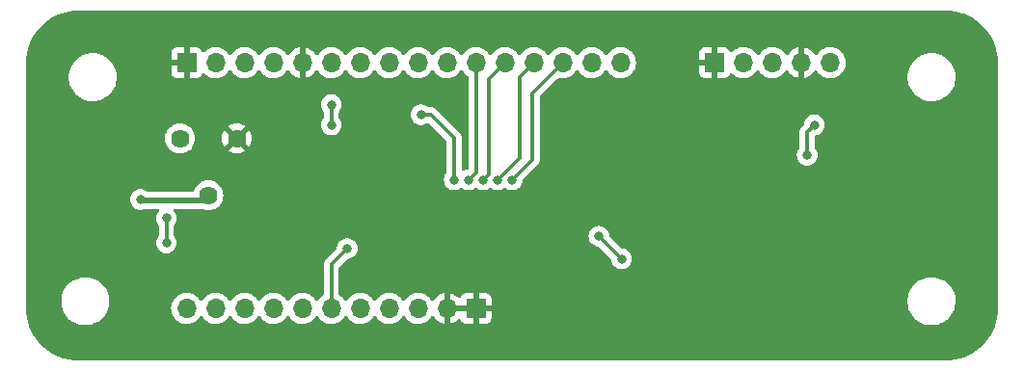
<source format=gbl>
%TF.GenerationSoftware,KiCad,Pcbnew,(6.0.7)*%
%TF.CreationDate,2022-09-26T21:00:32+02:00*%
%TF.ProjectId,LcdResolver,4c636452-6573-46f6-9c76-65722e6b6963,0*%
%TF.SameCoordinates,Original*%
%TF.FileFunction,Copper,L2,Bot*%
%TF.FilePolarity,Positive*%
%FSLAX46Y46*%
G04 Gerber Fmt 4.6, Leading zero omitted, Abs format (unit mm)*
G04 Created by KiCad (PCBNEW (6.0.7)) date 2022-09-26 21:00:32*
%MOMM*%
%LPD*%
G01*
G04 APERTURE LIST*
%TA.AperFunction,ComponentPad*%
%ADD10R,1.700000X1.700000*%
%TD*%
%TA.AperFunction,ComponentPad*%
%ADD11O,1.700000X1.700000*%
%TD*%
%TA.AperFunction,ComponentPad*%
%ADD12C,1.620000*%
%TD*%
%TA.AperFunction,ViaPad*%
%ADD13C,0.800000*%
%TD*%
%TA.AperFunction,Conductor*%
%ADD14C,0.300000*%
%TD*%
%TA.AperFunction,Conductor*%
%ADD15C,0.500000*%
%TD*%
G04 APERTURE END LIST*
D10*
%TO.P,J2,1,Pin_1*%
%TO.N,GND*%
X110871000Y-84888000D03*
D11*
%TO.P,J2,2,Pin_2*%
%TO.N,+5V*%
X113411000Y-84888000D03*
%TO.P,J2,3,Pin_3*%
%TO.N,VO*%
X115951000Y-84888000D03*
%TO.P,J2,4,Pin_4*%
%TO.N,RS*%
X118491000Y-84888000D03*
%TO.P,J2,5,Pin_5*%
%TO.N,GND*%
X121031000Y-84888000D03*
%TO.P,J2,6,Pin_6*%
%TO.N,Enable*%
X123571000Y-84888000D03*
%TO.P,J2,7,Pin_7*%
%TO.N,unconnected-(J2-Pad7)*%
X126111000Y-84888000D03*
%TO.P,J2,8,Pin_8*%
%TO.N,unconnected-(J2-Pad8)*%
X128651000Y-84888000D03*
%TO.P,J2,9,Pin_9*%
%TO.N,unconnected-(J2-Pad9)*%
X131191000Y-84888000D03*
%TO.P,J2,10,Pin_10*%
%TO.N,unconnected-(J2-Pad10)*%
X133731000Y-84888000D03*
%TO.P,J2,11,Pin_11*%
%TO.N,D4*%
X136271000Y-84888000D03*
%TO.P,J2,12,Pin_12*%
%TO.N,D5*%
X138811000Y-84888000D03*
%TO.P,J2,13,Pin_13*%
%TO.N,D6*%
X141351000Y-84888000D03*
%TO.P,J2,14,Pin_14*%
%TO.N,D7*%
X143891000Y-84888000D03*
%TO.P,J2,15,Pin_15*%
%TO.N,+5V*%
X146431000Y-84888000D03*
%TO.P,J2,16,Pin_16*%
%TO.N,Backlight cathode (-)*%
X148971000Y-84888000D03*
%TD*%
D12*
%TO.P,RV1,1,1*%
%TO.N,+5V*%
X110276000Y-91532000D03*
%TO.P,RV1,2,2*%
%TO.N,VO*%
X112776000Y-96532000D03*
%TO.P,RV1,3,3*%
%TO.N,GND*%
X115276000Y-91532000D03*
%TD*%
D10*
%TO.P,J1,1,Pin_1*%
%TO.N,GND*%
X136271000Y-106478000D03*
D11*
%TO.P,J1,2,Pin_2*%
X133731000Y-106478000D03*
%TO.P,J1,3,Pin_3*%
%TO.N,+5V*%
X131191000Y-106478000D03*
%TO.P,J1,4,Pin_4*%
%TO.N,+3.3V*%
X128651000Y-106478000D03*
%TO.P,J1,5,Pin_5*%
%TO.N,Enable*%
X126111000Y-106478000D03*
%TO.P,J1,6,Pin_6*%
%TO.N,SPI_CLK*%
X123571000Y-106478000D03*
%TO.P,J1,7,Pin_7*%
%TO.N,SPI_DATA*%
X121031000Y-106478000D03*
%TO.P,J1,8,Pin_8*%
%TO.N,Backlight_On*%
X118491000Y-106478000D03*
%TO.P,J1,9,Pin_9*%
%TO.N,Resolver_A*%
X115951000Y-106478000D03*
%TO.P,J1,10,Pin_10*%
%TO.N,Resolver_B*%
X113411000Y-106478000D03*
%TO.P,J1,11,Pin_11*%
%TO.N,Resolver_SW*%
X110871000Y-106478000D03*
%TD*%
D10*
%TO.P,J3,1,Pin_1*%
%TO.N,GND*%
X157226000Y-84888000D03*
D11*
%TO.P,J3,2,Pin_2*%
%TO.N,Resolver_SW*%
X159766000Y-84888000D03*
%TO.P,J3,3,Pin_3*%
%TO.N,Resolver_B*%
X162306000Y-84888000D03*
%TO.P,J3,4,Pin_4*%
%TO.N,GND*%
X164846000Y-84888000D03*
%TO.P,J3,5,Pin_5*%
%TO.N,Resolver_A*%
X167386000Y-84888000D03*
%TD*%
D13*
%TO.N,Enable*%
X123571000Y-88571000D03*
X123571000Y-90349000D03*
X109093000Y-98552000D03*
X109093000Y-100723500D03*
%TO.N,SPI_CLK*%
X124968000Y-101219000D03*
%TO.N,Backlight_On*%
X147066000Y-100128000D03*
X149056477Y-102118477D03*
%TO.N,Resolver_A*%
X165354000Y-93016000D03*
X165989000Y-90349000D03*
%TO.N,VO*%
X106807000Y-96901000D03*
%TO.N,RS*%
X131445000Y-89460000D03*
X134366000Y-95175000D03*
%TO.N,D4*%
X135636000Y-95175000D03*
%TO.N,D5*%
X136906000Y-95175000D03*
%TO.N,D6*%
X138176000Y-95175000D03*
%TO.N,D7*%
X139446000Y-95175000D03*
%TO.N,GND*%
X99441000Y-95377000D03*
X141986000Y-95429000D03*
X151130000Y-92127000D03*
X132969000Y-92889000D03*
X130683000Y-92329000D03*
%TD*%
D14*
%TO.N,Enable*%
X109093000Y-98552000D02*
X109093000Y-100723500D01*
X123571000Y-90349000D02*
X123571000Y-88571000D01*
%TO.N,SPI_CLK*%
X123571000Y-106478000D02*
X123571000Y-102616000D01*
X123571000Y-102616000D02*
X124968000Y-101219000D01*
%TO.N,Backlight_On*%
X149056477Y-102118477D02*
X147066000Y-100128000D01*
%TO.N,Resolver_A*%
X165354000Y-90984000D02*
X165354000Y-93016000D01*
X165989000Y-90349000D02*
X165354000Y-90984000D01*
D15*
%TO.N,VO*%
X112355000Y-96953000D02*
X112776000Y-96532000D01*
X106807000Y-96953000D02*
X112355000Y-96953000D01*
D14*
%TO.N,RS*%
X132334000Y-89460000D02*
X131445000Y-89460000D01*
X134366000Y-91492000D02*
X132461000Y-89587000D01*
X132461000Y-89587000D02*
X132334000Y-89460000D01*
X134366000Y-95175000D02*
X134366000Y-91492000D01*
%TO.N,D4*%
X136271000Y-94540000D02*
X135636000Y-95175000D01*
X136271000Y-84888000D02*
X136271000Y-94540000D01*
%TO.N,D5*%
X137414000Y-86285000D02*
X138811000Y-84888000D01*
X137414000Y-94667000D02*
X137414000Y-86285000D01*
X136906000Y-95175000D02*
X137414000Y-94667000D01*
%TO.N,D6*%
X138176000Y-95175000D02*
X140081000Y-93270000D01*
X140081000Y-86158000D02*
X141351000Y-84888000D01*
X140081000Y-93270000D02*
X140081000Y-86158000D01*
%TO.N,D7*%
X141224000Y-87555000D02*
X143891000Y-84888000D01*
X141224000Y-93397000D02*
X141224000Y-87555000D01*
X139446000Y-95175000D02*
X141224000Y-93397000D01*
%TD*%
%TA.AperFunction,Conductor*%
%TO.N,GND*%
G36*
X177516018Y-80318000D02*
G01*
X177530851Y-80320310D01*
X177530855Y-80320310D01*
X177539724Y-80321691D01*
X177560183Y-80319016D01*
X177582008Y-80318072D01*
X177938937Y-80333656D01*
X177949886Y-80334614D01*
X178334379Y-80385233D01*
X178345205Y-80387142D01*
X178723822Y-80471080D01*
X178734439Y-80473925D01*
X178904702Y-80527608D01*
X179104302Y-80590542D01*
X179114615Y-80594295D01*
X179472932Y-80742715D01*
X179482876Y-80747353D01*
X179826867Y-80926423D01*
X179836387Y-80931919D01*
X180163468Y-81140292D01*
X180172472Y-81146597D01*
X180480138Y-81382678D01*
X180488558Y-81389743D01*
X180774483Y-81651744D01*
X180782256Y-81659517D01*
X181044257Y-81945442D01*
X181051322Y-81953862D01*
X181287403Y-82261528D01*
X181293708Y-82270532D01*
X181502081Y-82597613D01*
X181507577Y-82607133D01*
X181686643Y-82951115D01*
X181691289Y-82961077D01*
X181839702Y-83319377D01*
X181843461Y-83329706D01*
X181960075Y-83699561D01*
X181962920Y-83710178D01*
X182046858Y-84088795D01*
X182048767Y-84099621D01*
X182090591Y-84417305D01*
X182099386Y-84484114D01*
X182100344Y-84495063D01*
X182106285Y-84631124D01*
X182115603Y-84844552D01*
X182114223Y-84869429D01*
X182112309Y-84881724D01*
X182113473Y-84890626D01*
X182113473Y-84890628D01*
X182116436Y-84913283D01*
X182117500Y-84929621D01*
X182117500Y-106428633D01*
X182116000Y-106448018D01*
X182113690Y-106462851D01*
X182113690Y-106462855D01*
X182112309Y-106471724D01*
X182114984Y-106492183D01*
X182115928Y-106514008D01*
X182106215Y-106736475D01*
X182100344Y-106870936D01*
X182099386Y-106881886D01*
X182048767Y-107266379D01*
X182046858Y-107277205D01*
X181962920Y-107655822D01*
X181960075Y-107666439D01*
X181922787Y-107784703D01*
X181892916Y-107879443D01*
X181843461Y-108036294D01*
X181839702Y-108046623D01*
X181691289Y-108404923D01*
X181686643Y-108414885D01*
X181507577Y-108758867D01*
X181502081Y-108768387D01*
X181293708Y-109095468D01*
X181287403Y-109104472D01*
X181051322Y-109412138D01*
X181044257Y-109420558D01*
X180782256Y-109706483D01*
X180774483Y-109714256D01*
X180488558Y-109976257D01*
X180480138Y-109983322D01*
X180172472Y-110219403D01*
X180163468Y-110225708D01*
X179836387Y-110434081D01*
X179826868Y-110439576D01*
X179482876Y-110618647D01*
X179472932Y-110623285D01*
X179114615Y-110771705D01*
X179104302Y-110775458D01*
X178904702Y-110838392D01*
X178734439Y-110892075D01*
X178723822Y-110894920D01*
X178345205Y-110978858D01*
X178334379Y-110980767D01*
X177949886Y-111031386D01*
X177938937Y-111032344D01*
X177589446Y-111047603D01*
X177564571Y-111046223D01*
X177552276Y-111044309D01*
X177543374Y-111045473D01*
X177543372Y-111045473D01*
X177528323Y-111047441D01*
X177520714Y-111048436D01*
X177504379Y-111049500D01*
X101395367Y-111049500D01*
X101375982Y-111048000D01*
X101361149Y-111045690D01*
X101361145Y-111045690D01*
X101352276Y-111044309D01*
X101331817Y-111046984D01*
X101309992Y-111047928D01*
X100953063Y-111032344D01*
X100942114Y-111031386D01*
X100557621Y-110980767D01*
X100546795Y-110978858D01*
X100168178Y-110894920D01*
X100157561Y-110892075D01*
X99987298Y-110838392D01*
X99787698Y-110775458D01*
X99777385Y-110771705D01*
X99419068Y-110623285D01*
X99409124Y-110618647D01*
X99065132Y-110439576D01*
X99055613Y-110434081D01*
X98728532Y-110225708D01*
X98719528Y-110219403D01*
X98411862Y-109983322D01*
X98403442Y-109976257D01*
X98117517Y-109714256D01*
X98109744Y-109706483D01*
X97847743Y-109420558D01*
X97840678Y-109412138D01*
X97604597Y-109104472D01*
X97598292Y-109095468D01*
X97389919Y-108768387D01*
X97384423Y-108758867D01*
X97205357Y-108414885D01*
X97200711Y-108404923D01*
X97052298Y-108046623D01*
X97048539Y-108036294D01*
X96999085Y-107879443D01*
X96969213Y-107784703D01*
X96931925Y-107666439D01*
X96929080Y-107655822D01*
X96845142Y-107277205D01*
X96843233Y-107266379D01*
X96792614Y-106881886D01*
X96791656Y-106870936D01*
X96785785Y-106736475D01*
X96776561Y-106525206D01*
X96778188Y-106498805D01*
X96778769Y-106495352D01*
X96778770Y-106495345D01*
X96779576Y-106490552D01*
X96779729Y-106478000D01*
X96775773Y-106450376D01*
X96774500Y-106432514D01*
X96774500Y-105975703D01*
X99871743Y-105975703D01*
X99872302Y-105979947D01*
X99872302Y-105979951D01*
X99880037Y-106038702D01*
X99909268Y-106260734D01*
X99985129Y-106538036D01*
X100097923Y-106802476D01*
X100245561Y-107049161D01*
X100425313Y-107273528D01*
X100439499Y-107286990D01*
X100616798Y-107455240D01*
X100633851Y-107471423D01*
X100867317Y-107639186D01*
X100871112Y-107641195D01*
X100871113Y-107641196D01*
X100889956Y-107651173D01*
X101121392Y-107773712D01*
X101226087Y-107812025D01*
X101301858Y-107839753D01*
X101391373Y-107872511D01*
X101672264Y-107933755D01*
X101700841Y-107936004D01*
X101895282Y-107951307D01*
X101895291Y-107951307D01*
X101897739Y-107951500D01*
X102053271Y-107951500D01*
X102055407Y-107951354D01*
X102055418Y-107951354D01*
X102263548Y-107937165D01*
X102263554Y-107937164D01*
X102267825Y-107936873D01*
X102272020Y-107936004D01*
X102272022Y-107936004D01*
X102408584Y-107907723D01*
X102549342Y-107878574D01*
X102820343Y-107782607D01*
X103075812Y-107650750D01*
X103079313Y-107648289D01*
X103079317Y-107648287D01*
X103258761Y-107522171D01*
X103311023Y-107485441D01*
X103521622Y-107289740D01*
X103703713Y-107067268D01*
X103853927Y-106822142D01*
X103969483Y-106558898D01*
X104002015Y-106444695D01*
X109508251Y-106444695D01*
X109508548Y-106449848D01*
X109508548Y-106449851D01*
X109514011Y-106544590D01*
X109521110Y-106667715D01*
X109522247Y-106672761D01*
X109522248Y-106672767D01*
X109536606Y-106736475D01*
X109570222Y-106885639D01*
X109582878Y-106916807D01*
X109645321Y-107070586D01*
X109654266Y-107092616D01*
X109705942Y-107176944D01*
X109768291Y-107278688D01*
X109770987Y-107283088D01*
X109917250Y-107451938D01*
X110089126Y-107594632D01*
X110282000Y-107707338D01*
X110490692Y-107787030D01*
X110495760Y-107788061D01*
X110495763Y-107788062D01*
X110590862Y-107807410D01*
X110709597Y-107831567D01*
X110714772Y-107831757D01*
X110714774Y-107831757D01*
X110927673Y-107839564D01*
X110927677Y-107839564D01*
X110932837Y-107839753D01*
X110937957Y-107839097D01*
X110937959Y-107839097D01*
X111149288Y-107812025D01*
X111149289Y-107812025D01*
X111154416Y-107811368D01*
X111159366Y-107809883D01*
X111363429Y-107748661D01*
X111363434Y-107748659D01*
X111368384Y-107747174D01*
X111568994Y-107648896D01*
X111750860Y-107519173D01*
X111782239Y-107487904D01*
X111905435Y-107365137D01*
X111909096Y-107361489D01*
X111968594Y-107278689D01*
X112039453Y-107180077D01*
X112040776Y-107181028D01*
X112087645Y-107137857D01*
X112157580Y-107125625D01*
X112223026Y-107153144D01*
X112250875Y-107184994D01*
X112310987Y-107283088D01*
X112457250Y-107451938D01*
X112629126Y-107594632D01*
X112822000Y-107707338D01*
X113030692Y-107787030D01*
X113035760Y-107788061D01*
X113035763Y-107788062D01*
X113130862Y-107807410D01*
X113249597Y-107831567D01*
X113254772Y-107831757D01*
X113254774Y-107831757D01*
X113467673Y-107839564D01*
X113467677Y-107839564D01*
X113472837Y-107839753D01*
X113477957Y-107839097D01*
X113477959Y-107839097D01*
X113689288Y-107812025D01*
X113689289Y-107812025D01*
X113694416Y-107811368D01*
X113699366Y-107809883D01*
X113903429Y-107748661D01*
X113903434Y-107748659D01*
X113908384Y-107747174D01*
X114108994Y-107648896D01*
X114290860Y-107519173D01*
X114322239Y-107487904D01*
X114445435Y-107365137D01*
X114449096Y-107361489D01*
X114508594Y-107278689D01*
X114579453Y-107180077D01*
X114580776Y-107181028D01*
X114627645Y-107137857D01*
X114697580Y-107125625D01*
X114763026Y-107153144D01*
X114790875Y-107184994D01*
X114850987Y-107283088D01*
X114997250Y-107451938D01*
X115169126Y-107594632D01*
X115362000Y-107707338D01*
X115570692Y-107787030D01*
X115575760Y-107788061D01*
X115575763Y-107788062D01*
X115670862Y-107807410D01*
X115789597Y-107831567D01*
X115794772Y-107831757D01*
X115794774Y-107831757D01*
X116007673Y-107839564D01*
X116007677Y-107839564D01*
X116012837Y-107839753D01*
X116017957Y-107839097D01*
X116017959Y-107839097D01*
X116229288Y-107812025D01*
X116229289Y-107812025D01*
X116234416Y-107811368D01*
X116239366Y-107809883D01*
X116443429Y-107748661D01*
X116443434Y-107748659D01*
X116448384Y-107747174D01*
X116648994Y-107648896D01*
X116830860Y-107519173D01*
X116862239Y-107487904D01*
X116985435Y-107365137D01*
X116989096Y-107361489D01*
X117048594Y-107278689D01*
X117119453Y-107180077D01*
X117120776Y-107181028D01*
X117167645Y-107137857D01*
X117237580Y-107125625D01*
X117303026Y-107153144D01*
X117330875Y-107184994D01*
X117390987Y-107283088D01*
X117537250Y-107451938D01*
X117709126Y-107594632D01*
X117902000Y-107707338D01*
X118110692Y-107787030D01*
X118115760Y-107788061D01*
X118115763Y-107788062D01*
X118210862Y-107807410D01*
X118329597Y-107831567D01*
X118334772Y-107831757D01*
X118334774Y-107831757D01*
X118547673Y-107839564D01*
X118547677Y-107839564D01*
X118552837Y-107839753D01*
X118557957Y-107839097D01*
X118557959Y-107839097D01*
X118769288Y-107812025D01*
X118769289Y-107812025D01*
X118774416Y-107811368D01*
X118779366Y-107809883D01*
X118983429Y-107748661D01*
X118983434Y-107748659D01*
X118988384Y-107747174D01*
X119188994Y-107648896D01*
X119370860Y-107519173D01*
X119402239Y-107487904D01*
X119525435Y-107365137D01*
X119529096Y-107361489D01*
X119588594Y-107278689D01*
X119659453Y-107180077D01*
X119660776Y-107181028D01*
X119707645Y-107137857D01*
X119777580Y-107125625D01*
X119843026Y-107153144D01*
X119870875Y-107184994D01*
X119930987Y-107283088D01*
X120077250Y-107451938D01*
X120249126Y-107594632D01*
X120442000Y-107707338D01*
X120650692Y-107787030D01*
X120655760Y-107788061D01*
X120655763Y-107788062D01*
X120750862Y-107807410D01*
X120869597Y-107831567D01*
X120874772Y-107831757D01*
X120874774Y-107831757D01*
X121087673Y-107839564D01*
X121087677Y-107839564D01*
X121092837Y-107839753D01*
X121097957Y-107839097D01*
X121097959Y-107839097D01*
X121309288Y-107812025D01*
X121309289Y-107812025D01*
X121314416Y-107811368D01*
X121319366Y-107809883D01*
X121523429Y-107748661D01*
X121523434Y-107748659D01*
X121528384Y-107747174D01*
X121728994Y-107648896D01*
X121910860Y-107519173D01*
X121942239Y-107487904D01*
X122065435Y-107365137D01*
X122069096Y-107361489D01*
X122128594Y-107278689D01*
X122199453Y-107180077D01*
X122200776Y-107181028D01*
X122247645Y-107137857D01*
X122317580Y-107125625D01*
X122383026Y-107153144D01*
X122410875Y-107184994D01*
X122470987Y-107283088D01*
X122617250Y-107451938D01*
X122789126Y-107594632D01*
X122982000Y-107707338D01*
X123190692Y-107787030D01*
X123195760Y-107788061D01*
X123195763Y-107788062D01*
X123290862Y-107807410D01*
X123409597Y-107831567D01*
X123414772Y-107831757D01*
X123414774Y-107831757D01*
X123627673Y-107839564D01*
X123627677Y-107839564D01*
X123632837Y-107839753D01*
X123637957Y-107839097D01*
X123637959Y-107839097D01*
X123849288Y-107812025D01*
X123849289Y-107812025D01*
X123854416Y-107811368D01*
X123859366Y-107809883D01*
X124063429Y-107748661D01*
X124063434Y-107748659D01*
X124068384Y-107747174D01*
X124268994Y-107648896D01*
X124450860Y-107519173D01*
X124482239Y-107487904D01*
X124605435Y-107365137D01*
X124609096Y-107361489D01*
X124668594Y-107278689D01*
X124739453Y-107180077D01*
X124740776Y-107181028D01*
X124787645Y-107137857D01*
X124857580Y-107125625D01*
X124923026Y-107153144D01*
X124950875Y-107184994D01*
X125010987Y-107283088D01*
X125157250Y-107451938D01*
X125329126Y-107594632D01*
X125522000Y-107707338D01*
X125730692Y-107787030D01*
X125735760Y-107788061D01*
X125735763Y-107788062D01*
X125830862Y-107807410D01*
X125949597Y-107831567D01*
X125954772Y-107831757D01*
X125954774Y-107831757D01*
X126167673Y-107839564D01*
X126167677Y-107839564D01*
X126172837Y-107839753D01*
X126177957Y-107839097D01*
X126177959Y-107839097D01*
X126389288Y-107812025D01*
X126389289Y-107812025D01*
X126394416Y-107811368D01*
X126399366Y-107809883D01*
X126603429Y-107748661D01*
X126603434Y-107748659D01*
X126608384Y-107747174D01*
X126808994Y-107648896D01*
X126990860Y-107519173D01*
X127022239Y-107487904D01*
X127145435Y-107365137D01*
X127149096Y-107361489D01*
X127208594Y-107278689D01*
X127279453Y-107180077D01*
X127280776Y-107181028D01*
X127327645Y-107137857D01*
X127397580Y-107125625D01*
X127463026Y-107153144D01*
X127490875Y-107184994D01*
X127550987Y-107283088D01*
X127697250Y-107451938D01*
X127869126Y-107594632D01*
X128062000Y-107707338D01*
X128270692Y-107787030D01*
X128275760Y-107788061D01*
X128275763Y-107788062D01*
X128370862Y-107807410D01*
X128489597Y-107831567D01*
X128494772Y-107831757D01*
X128494774Y-107831757D01*
X128707673Y-107839564D01*
X128707677Y-107839564D01*
X128712837Y-107839753D01*
X128717957Y-107839097D01*
X128717959Y-107839097D01*
X128929288Y-107812025D01*
X128929289Y-107812025D01*
X128934416Y-107811368D01*
X128939366Y-107809883D01*
X129143429Y-107748661D01*
X129143434Y-107748659D01*
X129148384Y-107747174D01*
X129348994Y-107648896D01*
X129530860Y-107519173D01*
X129562239Y-107487904D01*
X129685435Y-107365137D01*
X129689096Y-107361489D01*
X129748594Y-107278689D01*
X129819453Y-107180077D01*
X129820776Y-107181028D01*
X129867645Y-107137857D01*
X129937580Y-107125625D01*
X130003026Y-107153144D01*
X130030875Y-107184994D01*
X130090987Y-107283088D01*
X130237250Y-107451938D01*
X130409126Y-107594632D01*
X130602000Y-107707338D01*
X130810692Y-107787030D01*
X130815760Y-107788061D01*
X130815763Y-107788062D01*
X130910862Y-107807410D01*
X131029597Y-107831567D01*
X131034772Y-107831757D01*
X131034774Y-107831757D01*
X131247673Y-107839564D01*
X131247677Y-107839564D01*
X131252837Y-107839753D01*
X131257957Y-107839097D01*
X131257959Y-107839097D01*
X131469288Y-107812025D01*
X131469289Y-107812025D01*
X131474416Y-107811368D01*
X131479366Y-107809883D01*
X131683429Y-107748661D01*
X131683434Y-107748659D01*
X131688384Y-107747174D01*
X131888994Y-107648896D01*
X132070860Y-107519173D01*
X132102239Y-107487904D01*
X132225435Y-107365137D01*
X132229096Y-107361489D01*
X132288594Y-107278689D01*
X132359453Y-107180077D01*
X132360640Y-107180930D01*
X132407960Y-107137362D01*
X132477897Y-107125145D01*
X132543338Y-107152678D01*
X132571166Y-107184511D01*
X132628694Y-107278388D01*
X132634777Y-107286699D01*
X132774213Y-107447667D01*
X132781580Y-107454883D01*
X132945434Y-107590916D01*
X132953881Y-107596831D01*
X133137756Y-107704279D01*
X133147042Y-107708729D01*
X133346001Y-107784703D01*
X133355899Y-107787579D01*
X133459250Y-107808606D01*
X133473299Y-107807410D01*
X133477000Y-107797065D01*
X133477000Y-107796517D01*
X133985000Y-107796517D01*
X133989064Y-107810359D01*
X134002478Y-107812393D01*
X134009184Y-107811534D01*
X134019262Y-107809392D01*
X134223255Y-107748191D01*
X134232842Y-107744433D01*
X134424095Y-107650739D01*
X134432945Y-107645464D01*
X134606328Y-107521792D01*
X134614200Y-107515139D01*
X134719286Y-107410418D01*
X134781657Y-107376501D01*
X134852464Y-107381689D01*
X134909226Y-107424335D01*
X134926208Y-107455439D01*
X134967675Y-107566052D01*
X134976214Y-107581649D01*
X135052715Y-107683724D01*
X135065276Y-107696285D01*
X135167351Y-107772786D01*
X135182946Y-107781324D01*
X135303394Y-107826478D01*
X135318649Y-107830105D01*
X135369514Y-107835631D01*
X135376328Y-107836000D01*
X135998885Y-107836000D01*
X136014124Y-107831525D01*
X136015329Y-107830135D01*
X136017000Y-107822452D01*
X136017000Y-107817884D01*
X136525000Y-107817884D01*
X136529475Y-107833123D01*
X136530865Y-107834328D01*
X136538548Y-107835999D01*
X137165669Y-107835999D01*
X137172490Y-107835629D01*
X137223352Y-107830105D01*
X137238604Y-107826479D01*
X137359054Y-107781324D01*
X137374649Y-107772786D01*
X137476724Y-107696285D01*
X137489285Y-107683724D01*
X137565786Y-107581649D01*
X137574324Y-107566054D01*
X137619478Y-107445606D01*
X137623105Y-107430351D01*
X137628631Y-107379486D01*
X137629000Y-107372672D01*
X137629000Y-106750115D01*
X137624525Y-106734876D01*
X137623135Y-106733671D01*
X137615452Y-106732000D01*
X136543115Y-106732000D01*
X136527876Y-106736475D01*
X136526671Y-106737865D01*
X136525000Y-106745548D01*
X136525000Y-107817884D01*
X136017000Y-107817884D01*
X136017000Y-106750115D01*
X136012525Y-106734876D01*
X136011135Y-106733671D01*
X136003452Y-106732000D01*
X134003115Y-106732000D01*
X133987876Y-106736475D01*
X133986671Y-106737865D01*
X133985000Y-106745548D01*
X133985000Y-107796517D01*
X133477000Y-107796517D01*
X133477000Y-106205885D01*
X133985000Y-106205885D01*
X133989475Y-106221124D01*
X133990865Y-106222329D01*
X133998548Y-106224000D01*
X135998885Y-106224000D01*
X136014124Y-106219525D01*
X136015329Y-106218135D01*
X136017000Y-106210452D01*
X136017000Y-106205885D01*
X136525000Y-106205885D01*
X136529475Y-106221124D01*
X136530865Y-106222329D01*
X136538548Y-106224000D01*
X137610884Y-106224000D01*
X137626123Y-106219525D01*
X137627328Y-106218135D01*
X137628999Y-106210452D01*
X137628999Y-105975703D01*
X174166743Y-105975703D01*
X174167302Y-105979947D01*
X174167302Y-105979951D01*
X174175037Y-106038702D01*
X174204268Y-106260734D01*
X174280129Y-106538036D01*
X174392923Y-106802476D01*
X174540561Y-107049161D01*
X174720313Y-107273528D01*
X174734499Y-107286990D01*
X174911798Y-107455240D01*
X174928851Y-107471423D01*
X175162317Y-107639186D01*
X175166112Y-107641195D01*
X175166113Y-107641196D01*
X175184956Y-107651173D01*
X175416392Y-107773712D01*
X175521087Y-107812025D01*
X175596858Y-107839753D01*
X175686373Y-107872511D01*
X175967264Y-107933755D01*
X175995841Y-107936004D01*
X176190282Y-107951307D01*
X176190291Y-107951307D01*
X176192739Y-107951500D01*
X176348271Y-107951500D01*
X176350407Y-107951354D01*
X176350418Y-107951354D01*
X176558548Y-107937165D01*
X176558554Y-107937164D01*
X176562825Y-107936873D01*
X176567020Y-107936004D01*
X176567022Y-107936004D01*
X176703584Y-107907723D01*
X176844342Y-107878574D01*
X177115343Y-107782607D01*
X177370812Y-107650750D01*
X177374313Y-107648289D01*
X177374317Y-107648287D01*
X177553761Y-107522171D01*
X177606023Y-107485441D01*
X177816622Y-107289740D01*
X177998713Y-107067268D01*
X178148927Y-106822142D01*
X178264483Y-106558898D01*
X178343244Y-106282406D01*
X178383751Y-105997784D01*
X178383845Y-105979951D01*
X178385235Y-105714583D01*
X178385235Y-105714576D01*
X178385257Y-105710297D01*
X178347732Y-105425266D01*
X178271871Y-105147964D01*
X178159077Y-104883524D01*
X178011439Y-104636839D01*
X177831687Y-104412472D01*
X177623149Y-104214577D01*
X177389683Y-104046814D01*
X177367843Y-104035250D01*
X177344654Y-104022972D01*
X177135608Y-103912288D01*
X176865627Y-103813489D01*
X176584736Y-103752245D01*
X176553685Y-103749801D01*
X176361718Y-103734693D01*
X176361709Y-103734693D01*
X176359261Y-103734500D01*
X176203729Y-103734500D01*
X176201593Y-103734646D01*
X176201582Y-103734646D01*
X175993452Y-103748835D01*
X175993446Y-103748836D01*
X175989175Y-103749127D01*
X175984980Y-103749996D01*
X175984978Y-103749996D01*
X175848416Y-103778277D01*
X175707658Y-103807426D01*
X175436657Y-103903393D01*
X175181188Y-104035250D01*
X175177687Y-104037711D01*
X175177683Y-104037713D01*
X175167594Y-104044804D01*
X174945977Y-104200559D01*
X174735378Y-104396260D01*
X174553287Y-104618732D01*
X174403073Y-104863858D01*
X174287517Y-105127102D01*
X174286342Y-105131229D01*
X174286341Y-105131230D01*
X174278126Y-105160069D01*
X174208756Y-105403594D01*
X174168249Y-105688216D01*
X174168227Y-105692505D01*
X174168226Y-105692512D01*
X174167486Y-105833840D01*
X174166743Y-105975703D01*
X137628999Y-105975703D01*
X137628999Y-105583331D01*
X137628629Y-105576510D01*
X137623105Y-105525648D01*
X137619479Y-105510396D01*
X137574324Y-105389946D01*
X137565786Y-105374351D01*
X137489285Y-105272276D01*
X137476724Y-105259715D01*
X137374649Y-105183214D01*
X137359054Y-105174676D01*
X137238606Y-105129522D01*
X137223351Y-105125895D01*
X137172486Y-105120369D01*
X137165672Y-105120000D01*
X136543115Y-105120000D01*
X136527876Y-105124475D01*
X136526671Y-105125865D01*
X136525000Y-105133548D01*
X136525000Y-106205885D01*
X136017000Y-106205885D01*
X136017000Y-105138116D01*
X136012525Y-105122877D01*
X136011135Y-105121672D01*
X136003452Y-105120001D01*
X135376331Y-105120001D01*
X135369510Y-105120371D01*
X135318648Y-105125895D01*
X135303396Y-105129521D01*
X135182946Y-105174676D01*
X135167351Y-105183214D01*
X135065276Y-105259715D01*
X135052715Y-105272276D01*
X134976214Y-105374351D01*
X134967676Y-105389946D01*
X134926100Y-105500849D01*
X134883458Y-105557613D01*
X134816897Y-105582313D01*
X134747548Y-105567105D01*
X134714925Y-105541419D01*
X134663806Y-105485240D01*
X134656273Y-105478215D01*
X134489139Y-105346222D01*
X134480552Y-105340517D01*
X134294117Y-105237599D01*
X134284705Y-105233369D01*
X134083959Y-105162280D01*
X134073988Y-105159646D01*
X134002837Y-105146972D01*
X133989540Y-105148432D01*
X133985000Y-105162989D01*
X133985000Y-106205885D01*
X133477000Y-106205885D01*
X133477000Y-105161102D01*
X133473082Y-105147758D01*
X133458806Y-105145771D01*
X133420324Y-105151660D01*
X133410288Y-105154051D01*
X133207868Y-105220212D01*
X133198359Y-105224209D01*
X133009463Y-105322542D01*
X133000738Y-105328036D01*
X132830433Y-105455905D01*
X132822726Y-105462748D01*
X132675590Y-105616717D01*
X132669109Y-105624722D01*
X132564498Y-105778074D01*
X132509587Y-105823076D01*
X132439062Y-105831247D01*
X132375315Y-105799993D01*
X132354618Y-105775509D01*
X132273822Y-105650617D01*
X132273820Y-105650614D01*
X132271014Y-105646277D01*
X132120670Y-105481051D01*
X132116619Y-105477852D01*
X132116615Y-105477848D01*
X131949414Y-105345800D01*
X131949410Y-105345798D01*
X131945359Y-105342598D01*
X131909028Y-105322542D01*
X131893136Y-105313769D01*
X131749789Y-105234638D01*
X131744920Y-105232914D01*
X131744916Y-105232912D01*
X131544087Y-105161795D01*
X131544083Y-105161794D01*
X131539212Y-105160069D01*
X131534119Y-105159162D01*
X131534116Y-105159161D01*
X131324373Y-105121800D01*
X131324367Y-105121799D01*
X131319284Y-105120894D01*
X131245452Y-105119992D01*
X131101081Y-105118228D01*
X131101079Y-105118228D01*
X131095911Y-105118165D01*
X130875091Y-105151955D01*
X130662756Y-105221357D01*
X130589071Y-105259715D01*
X130474487Y-105319364D01*
X130464607Y-105324507D01*
X130460474Y-105327610D01*
X130460471Y-105327612D01*
X130290100Y-105455530D01*
X130285965Y-105458635D01*
X130282393Y-105462373D01*
X130182309Y-105567105D01*
X130131629Y-105620138D01*
X130024201Y-105777621D01*
X129969293Y-105822621D01*
X129898768Y-105830792D01*
X129835021Y-105799538D01*
X129814324Y-105775054D01*
X129733822Y-105650617D01*
X129733820Y-105650614D01*
X129731014Y-105646277D01*
X129580670Y-105481051D01*
X129576619Y-105477852D01*
X129576615Y-105477848D01*
X129409414Y-105345800D01*
X129409410Y-105345798D01*
X129405359Y-105342598D01*
X129369028Y-105322542D01*
X129353136Y-105313769D01*
X129209789Y-105234638D01*
X129204920Y-105232914D01*
X129204916Y-105232912D01*
X129004087Y-105161795D01*
X129004083Y-105161794D01*
X128999212Y-105160069D01*
X128994119Y-105159162D01*
X128994116Y-105159161D01*
X128784373Y-105121800D01*
X128784367Y-105121799D01*
X128779284Y-105120894D01*
X128705452Y-105119992D01*
X128561081Y-105118228D01*
X128561079Y-105118228D01*
X128555911Y-105118165D01*
X128335091Y-105151955D01*
X128122756Y-105221357D01*
X128049071Y-105259715D01*
X127934487Y-105319364D01*
X127924607Y-105324507D01*
X127920474Y-105327610D01*
X127920471Y-105327612D01*
X127750100Y-105455530D01*
X127745965Y-105458635D01*
X127742393Y-105462373D01*
X127642309Y-105567105D01*
X127591629Y-105620138D01*
X127484201Y-105777621D01*
X127429293Y-105822621D01*
X127358768Y-105830792D01*
X127295021Y-105799538D01*
X127274324Y-105775054D01*
X127193822Y-105650617D01*
X127193820Y-105650614D01*
X127191014Y-105646277D01*
X127040670Y-105481051D01*
X127036619Y-105477852D01*
X127036615Y-105477848D01*
X126869414Y-105345800D01*
X126869410Y-105345798D01*
X126865359Y-105342598D01*
X126829028Y-105322542D01*
X126813136Y-105313769D01*
X126669789Y-105234638D01*
X126664920Y-105232914D01*
X126664916Y-105232912D01*
X126464087Y-105161795D01*
X126464083Y-105161794D01*
X126459212Y-105160069D01*
X126454119Y-105159162D01*
X126454116Y-105159161D01*
X126244373Y-105121800D01*
X126244367Y-105121799D01*
X126239284Y-105120894D01*
X126165452Y-105119992D01*
X126021081Y-105118228D01*
X126021079Y-105118228D01*
X126015911Y-105118165D01*
X125795091Y-105151955D01*
X125582756Y-105221357D01*
X125509071Y-105259715D01*
X125394487Y-105319364D01*
X125384607Y-105324507D01*
X125380474Y-105327610D01*
X125380471Y-105327612D01*
X125210100Y-105455530D01*
X125205965Y-105458635D01*
X125202393Y-105462373D01*
X125102309Y-105567105D01*
X125051629Y-105620138D01*
X124944201Y-105777621D01*
X124889293Y-105822621D01*
X124818768Y-105830792D01*
X124755021Y-105799538D01*
X124734324Y-105775054D01*
X124653822Y-105650617D01*
X124653820Y-105650614D01*
X124651014Y-105646277D01*
X124500670Y-105481051D01*
X124496619Y-105477852D01*
X124496615Y-105477848D01*
X124329412Y-105345799D01*
X124325359Y-105342598D01*
X124320841Y-105340104D01*
X124320835Y-105340100D01*
X124294605Y-105325620D01*
X124244635Y-105275187D01*
X124229500Y-105215312D01*
X124229500Y-102940951D01*
X124249502Y-102872830D01*
X124266404Y-102851856D01*
X124953854Y-102164405D01*
X125016167Y-102130380D01*
X125042950Y-102127500D01*
X125063487Y-102127500D01*
X125069939Y-102126128D01*
X125069944Y-102126128D01*
X125156887Y-102107647D01*
X125250288Y-102087794D01*
X125256319Y-102085109D01*
X125418722Y-102012803D01*
X125418724Y-102012802D01*
X125424752Y-102010118D01*
X125579253Y-101897866D01*
X125707040Y-101755944D01*
X125802527Y-101590556D01*
X125861542Y-101408928D01*
X125881504Y-101219000D01*
X125861542Y-101029072D01*
X125802527Y-100847444D01*
X125707040Y-100682056D01*
X125696052Y-100669852D01*
X125583675Y-100545045D01*
X125583674Y-100545044D01*
X125579253Y-100540134D01*
X125424752Y-100427882D01*
X125418724Y-100425198D01*
X125418722Y-100425197D01*
X125256319Y-100352891D01*
X125256318Y-100352891D01*
X125250288Y-100350206D01*
X125156888Y-100330353D01*
X125069944Y-100311872D01*
X125069939Y-100311872D01*
X125063487Y-100310500D01*
X124872513Y-100310500D01*
X124866061Y-100311872D01*
X124866056Y-100311872D01*
X124779112Y-100330353D01*
X124685712Y-100350206D01*
X124679682Y-100352891D01*
X124679681Y-100352891D01*
X124517278Y-100425197D01*
X124517276Y-100425198D01*
X124511248Y-100427882D01*
X124356747Y-100540134D01*
X124352326Y-100545044D01*
X124352325Y-100545045D01*
X124239949Y-100669852D01*
X124228960Y-100682056D01*
X124133473Y-100847444D01*
X124074458Y-101029072D01*
X124073768Y-101035635D01*
X124073768Y-101035636D01*
X124061245Y-101154785D01*
X124034232Y-101220441D01*
X124025031Y-101230709D01*
X123163391Y-102092350D01*
X123154611Y-102100338D01*
X123147920Y-102104584D01*
X123142494Y-102110362D01*
X123099395Y-102156258D01*
X123096640Y-102159100D01*
X123076073Y-102179667D01*
X123073356Y-102183170D01*
X123065648Y-102192195D01*
X123034028Y-102225867D01*
X123030207Y-102232818D01*
X123030206Y-102232819D01*
X123023697Y-102244658D01*
X123012843Y-102261182D01*
X123005018Y-102271271D01*
X122999696Y-102278132D01*
X122996549Y-102285404D01*
X122996548Y-102285406D01*
X122981346Y-102320535D01*
X122976124Y-102331195D01*
X122953876Y-102371663D01*
X122948541Y-102392441D01*
X122942142Y-102411131D01*
X122933620Y-102430824D01*
X122932380Y-102438655D01*
X122926394Y-102476448D01*
X122923987Y-102488071D01*
X122922014Y-102495756D01*
X122912500Y-102532812D01*
X122912500Y-102554259D01*
X122910949Y-102573969D01*
X122907594Y-102595152D01*
X122908340Y-102603043D01*
X122911941Y-102641138D01*
X122912500Y-102652996D01*
X122912500Y-105212705D01*
X122892498Y-105280826D01*
X122852441Y-105317572D01*
X122853570Y-105319364D01*
X122849200Y-105322116D01*
X122844607Y-105324507D01*
X122665965Y-105458635D01*
X122662393Y-105462373D01*
X122562309Y-105567105D01*
X122511629Y-105620138D01*
X122404201Y-105777621D01*
X122349293Y-105822621D01*
X122278768Y-105830792D01*
X122215021Y-105799538D01*
X122194324Y-105775054D01*
X122113822Y-105650617D01*
X122113820Y-105650614D01*
X122111014Y-105646277D01*
X121960670Y-105481051D01*
X121956619Y-105477852D01*
X121956615Y-105477848D01*
X121789414Y-105345800D01*
X121789410Y-105345798D01*
X121785359Y-105342598D01*
X121749028Y-105322542D01*
X121733136Y-105313769D01*
X121589789Y-105234638D01*
X121584920Y-105232914D01*
X121584916Y-105232912D01*
X121384087Y-105161795D01*
X121384083Y-105161794D01*
X121379212Y-105160069D01*
X121374119Y-105159162D01*
X121374116Y-105159161D01*
X121164373Y-105121800D01*
X121164367Y-105121799D01*
X121159284Y-105120894D01*
X121085452Y-105119992D01*
X120941081Y-105118228D01*
X120941079Y-105118228D01*
X120935911Y-105118165D01*
X120715091Y-105151955D01*
X120502756Y-105221357D01*
X120429071Y-105259715D01*
X120314487Y-105319364D01*
X120304607Y-105324507D01*
X120300474Y-105327610D01*
X120300471Y-105327612D01*
X120130100Y-105455530D01*
X120125965Y-105458635D01*
X120122393Y-105462373D01*
X120022309Y-105567105D01*
X119971629Y-105620138D01*
X119864201Y-105777621D01*
X119809293Y-105822621D01*
X119738768Y-105830792D01*
X119675021Y-105799538D01*
X119654324Y-105775054D01*
X119573822Y-105650617D01*
X119573820Y-105650614D01*
X119571014Y-105646277D01*
X119420670Y-105481051D01*
X119416619Y-105477852D01*
X119416615Y-105477848D01*
X119249414Y-105345800D01*
X119249410Y-105345798D01*
X119245359Y-105342598D01*
X119209028Y-105322542D01*
X119193136Y-105313769D01*
X119049789Y-105234638D01*
X119044920Y-105232914D01*
X119044916Y-105232912D01*
X118844087Y-105161795D01*
X118844083Y-105161794D01*
X118839212Y-105160069D01*
X118834119Y-105159162D01*
X118834116Y-105159161D01*
X118624373Y-105121800D01*
X118624367Y-105121799D01*
X118619284Y-105120894D01*
X118545452Y-105119992D01*
X118401081Y-105118228D01*
X118401079Y-105118228D01*
X118395911Y-105118165D01*
X118175091Y-105151955D01*
X117962756Y-105221357D01*
X117889071Y-105259715D01*
X117774487Y-105319364D01*
X117764607Y-105324507D01*
X117760474Y-105327610D01*
X117760471Y-105327612D01*
X117590100Y-105455530D01*
X117585965Y-105458635D01*
X117582393Y-105462373D01*
X117482309Y-105567105D01*
X117431629Y-105620138D01*
X117324201Y-105777621D01*
X117269293Y-105822621D01*
X117198768Y-105830792D01*
X117135021Y-105799538D01*
X117114324Y-105775054D01*
X117033822Y-105650617D01*
X117033820Y-105650614D01*
X117031014Y-105646277D01*
X116880670Y-105481051D01*
X116876619Y-105477852D01*
X116876615Y-105477848D01*
X116709414Y-105345800D01*
X116709410Y-105345798D01*
X116705359Y-105342598D01*
X116669028Y-105322542D01*
X116653136Y-105313769D01*
X116509789Y-105234638D01*
X116504920Y-105232914D01*
X116504916Y-105232912D01*
X116304087Y-105161795D01*
X116304083Y-105161794D01*
X116299212Y-105160069D01*
X116294119Y-105159162D01*
X116294116Y-105159161D01*
X116084373Y-105121800D01*
X116084367Y-105121799D01*
X116079284Y-105120894D01*
X116005452Y-105119992D01*
X115861081Y-105118228D01*
X115861079Y-105118228D01*
X115855911Y-105118165D01*
X115635091Y-105151955D01*
X115422756Y-105221357D01*
X115349071Y-105259715D01*
X115234487Y-105319364D01*
X115224607Y-105324507D01*
X115220474Y-105327610D01*
X115220471Y-105327612D01*
X115050100Y-105455530D01*
X115045965Y-105458635D01*
X115042393Y-105462373D01*
X114942309Y-105567105D01*
X114891629Y-105620138D01*
X114784201Y-105777621D01*
X114729293Y-105822621D01*
X114658768Y-105830792D01*
X114595021Y-105799538D01*
X114574324Y-105775054D01*
X114493822Y-105650617D01*
X114493820Y-105650614D01*
X114491014Y-105646277D01*
X114340670Y-105481051D01*
X114336619Y-105477852D01*
X114336615Y-105477848D01*
X114169414Y-105345800D01*
X114169410Y-105345798D01*
X114165359Y-105342598D01*
X114129028Y-105322542D01*
X114113136Y-105313769D01*
X113969789Y-105234638D01*
X113964920Y-105232914D01*
X113964916Y-105232912D01*
X113764087Y-105161795D01*
X113764083Y-105161794D01*
X113759212Y-105160069D01*
X113754119Y-105159162D01*
X113754116Y-105159161D01*
X113544373Y-105121800D01*
X113544367Y-105121799D01*
X113539284Y-105120894D01*
X113465452Y-105119992D01*
X113321081Y-105118228D01*
X113321079Y-105118228D01*
X113315911Y-105118165D01*
X113095091Y-105151955D01*
X112882756Y-105221357D01*
X112809071Y-105259715D01*
X112694487Y-105319364D01*
X112684607Y-105324507D01*
X112680474Y-105327610D01*
X112680471Y-105327612D01*
X112510100Y-105455530D01*
X112505965Y-105458635D01*
X112502393Y-105462373D01*
X112402309Y-105567105D01*
X112351629Y-105620138D01*
X112244201Y-105777621D01*
X112189293Y-105822621D01*
X112118768Y-105830792D01*
X112055021Y-105799538D01*
X112034324Y-105775054D01*
X111953822Y-105650617D01*
X111953820Y-105650614D01*
X111951014Y-105646277D01*
X111800670Y-105481051D01*
X111796619Y-105477852D01*
X111796615Y-105477848D01*
X111629414Y-105345800D01*
X111629410Y-105345798D01*
X111625359Y-105342598D01*
X111589028Y-105322542D01*
X111573136Y-105313769D01*
X111429789Y-105234638D01*
X111424920Y-105232914D01*
X111424916Y-105232912D01*
X111224087Y-105161795D01*
X111224083Y-105161794D01*
X111219212Y-105160069D01*
X111214119Y-105159162D01*
X111214116Y-105159161D01*
X111004373Y-105121800D01*
X111004367Y-105121799D01*
X110999284Y-105120894D01*
X110925452Y-105119992D01*
X110781081Y-105118228D01*
X110781079Y-105118228D01*
X110775911Y-105118165D01*
X110555091Y-105151955D01*
X110342756Y-105221357D01*
X110269071Y-105259715D01*
X110154487Y-105319364D01*
X110144607Y-105324507D01*
X110140474Y-105327610D01*
X110140471Y-105327612D01*
X109970100Y-105455530D01*
X109965965Y-105458635D01*
X109962393Y-105462373D01*
X109862309Y-105567105D01*
X109811629Y-105620138D01*
X109685743Y-105804680D01*
X109638715Y-105905993D01*
X109594134Y-106002036D01*
X109591688Y-106007305D01*
X109531989Y-106222570D01*
X109508251Y-106444695D01*
X104002015Y-106444695D01*
X104048244Y-106282406D01*
X104088751Y-105997784D01*
X104088845Y-105979951D01*
X104090235Y-105714583D01*
X104090235Y-105714576D01*
X104090257Y-105710297D01*
X104052732Y-105425266D01*
X103976871Y-105147964D01*
X103864077Y-104883524D01*
X103716439Y-104636839D01*
X103536687Y-104412472D01*
X103328149Y-104214577D01*
X103094683Y-104046814D01*
X103072843Y-104035250D01*
X103049654Y-104022972D01*
X102840608Y-103912288D01*
X102570627Y-103813489D01*
X102289736Y-103752245D01*
X102258685Y-103749801D01*
X102066718Y-103734693D01*
X102066709Y-103734693D01*
X102064261Y-103734500D01*
X101908729Y-103734500D01*
X101906593Y-103734646D01*
X101906582Y-103734646D01*
X101698452Y-103748835D01*
X101698446Y-103748836D01*
X101694175Y-103749127D01*
X101689980Y-103749996D01*
X101689978Y-103749996D01*
X101553416Y-103778277D01*
X101412658Y-103807426D01*
X101141657Y-103903393D01*
X100886188Y-104035250D01*
X100882687Y-104037711D01*
X100882683Y-104037713D01*
X100872594Y-104044804D01*
X100650977Y-104200559D01*
X100440378Y-104396260D01*
X100258287Y-104618732D01*
X100108073Y-104863858D01*
X99992517Y-105127102D01*
X99991342Y-105131229D01*
X99991341Y-105131230D01*
X99983126Y-105160069D01*
X99913756Y-105403594D01*
X99873249Y-105688216D01*
X99873227Y-105692505D01*
X99873226Y-105692512D01*
X99872486Y-105833840D01*
X99871743Y-105975703D01*
X96774500Y-105975703D01*
X96774500Y-96901000D01*
X105893496Y-96901000D01*
X105894186Y-96907565D01*
X105902815Y-96989661D01*
X105913458Y-97090928D01*
X105972473Y-97272556D01*
X106067960Y-97437944D01*
X106072378Y-97442851D01*
X106072379Y-97442852D01*
X106191325Y-97574955D01*
X106195747Y-97579866D01*
X106294843Y-97651864D01*
X106331114Y-97678216D01*
X106350248Y-97692118D01*
X106356276Y-97694802D01*
X106356278Y-97694803D01*
X106418247Y-97722393D01*
X106524712Y-97769794D01*
X106618112Y-97789647D01*
X106705056Y-97808128D01*
X106705061Y-97808128D01*
X106711513Y-97809500D01*
X106902487Y-97809500D01*
X106908939Y-97808128D01*
X106908944Y-97808128D01*
X106995887Y-97789647D01*
X107089288Y-97769794D01*
X107193705Y-97723305D01*
X107195753Y-97722393D01*
X107247002Y-97711500D01*
X108344283Y-97711500D01*
X108412404Y-97731502D01*
X108458897Y-97785158D01*
X108469001Y-97855432D01*
X108437919Y-97921810D01*
X108353960Y-98015056D01*
X108258473Y-98180444D01*
X108199458Y-98362072D01*
X108179496Y-98552000D01*
X108199458Y-98741928D01*
X108258473Y-98923556D01*
X108353960Y-99088944D01*
X108358378Y-99093851D01*
X108358379Y-99093852D01*
X108402136Y-99142449D01*
X108432854Y-99206456D01*
X108434500Y-99226759D01*
X108434500Y-100048741D01*
X108414498Y-100116862D01*
X108402136Y-100133051D01*
X108353960Y-100186556D01*
X108350659Y-100192274D01*
X108274488Y-100324206D01*
X108258473Y-100351944D01*
X108199458Y-100533572D01*
X108198769Y-100540131D01*
X108198768Y-100540134D01*
X108184368Y-100677148D01*
X108179496Y-100723500D01*
X108199458Y-100913428D01*
X108258473Y-101095056D01*
X108353960Y-101260444D01*
X108481747Y-101402366D01*
X108636248Y-101514618D01*
X108642276Y-101517302D01*
X108642278Y-101517303D01*
X108786542Y-101581533D01*
X108810712Y-101592294D01*
X108904112Y-101612147D01*
X108991056Y-101630628D01*
X108991061Y-101630628D01*
X108997513Y-101632000D01*
X109188487Y-101632000D01*
X109194939Y-101630628D01*
X109194944Y-101630628D01*
X109281887Y-101612147D01*
X109375288Y-101592294D01*
X109399458Y-101581533D01*
X109543722Y-101517303D01*
X109543724Y-101517302D01*
X109549752Y-101514618D01*
X109704253Y-101402366D01*
X109832040Y-101260444D01*
X109927527Y-101095056D01*
X109986542Y-100913428D01*
X110006504Y-100723500D01*
X110001632Y-100677148D01*
X109987232Y-100540134D01*
X109987231Y-100540131D01*
X109986542Y-100533572D01*
X109927527Y-100351944D01*
X109911513Y-100324206D01*
X109835341Y-100192274D01*
X109832040Y-100186556D01*
X109783864Y-100133051D01*
X109781440Y-100128000D01*
X146152496Y-100128000D01*
X146172458Y-100317928D01*
X146231473Y-100499556D01*
X146234776Y-100505278D01*
X146234777Y-100505279D01*
X146251112Y-100533572D01*
X146326960Y-100664944D01*
X146331378Y-100669851D01*
X146331379Y-100669852D01*
X146342368Y-100682056D01*
X146454747Y-100806866D01*
X146609248Y-100919118D01*
X146615276Y-100921802D01*
X146615278Y-100921803D01*
X146777681Y-100994109D01*
X146783712Y-100996794D01*
X146877113Y-101016647D01*
X146964056Y-101035128D01*
X146964061Y-101035128D01*
X146970513Y-101036500D01*
X146991050Y-101036500D01*
X147059171Y-101056502D01*
X147080145Y-101073405D01*
X148113507Y-102106767D01*
X148147533Y-102169079D01*
X148149721Y-102182688D01*
X148162935Y-102308405D01*
X148221950Y-102490033D01*
X148225253Y-102495755D01*
X148225254Y-102495756D01*
X148251226Y-102540741D01*
X148317437Y-102655421D01*
X148445224Y-102797343D01*
X148544320Y-102869341D01*
X148549123Y-102872830D01*
X148599725Y-102909595D01*
X148605753Y-102912279D01*
X148605755Y-102912280D01*
X148670152Y-102940951D01*
X148774189Y-102987271D01*
X148867589Y-103007124D01*
X148954533Y-103025605D01*
X148954538Y-103025605D01*
X148960990Y-103026977D01*
X149151964Y-103026977D01*
X149158416Y-103025605D01*
X149158421Y-103025605D01*
X149245365Y-103007124D01*
X149338765Y-102987271D01*
X149442802Y-102940951D01*
X149507199Y-102912280D01*
X149507201Y-102912279D01*
X149513229Y-102909595D01*
X149563832Y-102872830D01*
X149568634Y-102869341D01*
X149667730Y-102797343D01*
X149795517Y-102655421D01*
X149861728Y-102540741D01*
X149887700Y-102495756D01*
X149887701Y-102495755D01*
X149891004Y-102490033D01*
X149950019Y-102308405D01*
X149959302Y-102220087D01*
X149969291Y-102125042D01*
X149969981Y-102118477D01*
X149950019Y-101928549D01*
X149891004Y-101746921D01*
X149795517Y-101581533D01*
X149667730Y-101439611D01*
X149513229Y-101327359D01*
X149507201Y-101324675D01*
X149507199Y-101324674D01*
X149344796Y-101252368D01*
X149344795Y-101252368D01*
X149338765Y-101249683D01*
X149245365Y-101229830D01*
X149158421Y-101211349D01*
X149158416Y-101211349D01*
X149151964Y-101209977D01*
X149131427Y-101209977D01*
X149063306Y-101189975D01*
X149042332Y-101173072D01*
X148008970Y-100139710D01*
X147974944Y-100077398D01*
X147972755Y-100063786D01*
X147960232Y-99944636D01*
X147960232Y-99944635D01*
X147959542Y-99938072D01*
X147900527Y-99756444D01*
X147805040Y-99591056D01*
X147677253Y-99449134D01*
X147522752Y-99336882D01*
X147516724Y-99334198D01*
X147516722Y-99334197D01*
X147354319Y-99261891D01*
X147354318Y-99261891D01*
X147348288Y-99259206D01*
X147254888Y-99239353D01*
X147167944Y-99220872D01*
X147167939Y-99220872D01*
X147161487Y-99219500D01*
X146970513Y-99219500D01*
X146964061Y-99220872D01*
X146964056Y-99220872D01*
X146877112Y-99239353D01*
X146783712Y-99259206D01*
X146777682Y-99261891D01*
X146777681Y-99261891D01*
X146615278Y-99334197D01*
X146615276Y-99334198D01*
X146609248Y-99336882D01*
X146454747Y-99449134D01*
X146326960Y-99591056D01*
X146231473Y-99756444D01*
X146172458Y-99938072D01*
X146152496Y-100128000D01*
X109781440Y-100128000D01*
X109753146Y-100069044D01*
X109751500Y-100048741D01*
X109751500Y-99226759D01*
X109771502Y-99158638D01*
X109783864Y-99142449D01*
X109827621Y-99093852D01*
X109827622Y-99093851D01*
X109832040Y-99088944D01*
X109927527Y-98923556D01*
X109986542Y-98741928D01*
X110006504Y-98552000D01*
X109986542Y-98362072D01*
X109927527Y-98180444D01*
X109832040Y-98015056D01*
X109748081Y-97921810D01*
X109717363Y-97857803D01*
X109726128Y-97787349D01*
X109771591Y-97732818D01*
X109841717Y-97711500D01*
X112157676Y-97711500D01*
X112210926Y-97723305D01*
X112323324Y-97775717D01*
X112546170Y-97835429D01*
X112776000Y-97855536D01*
X113005830Y-97835429D01*
X113228676Y-97775717D01*
X113343030Y-97722393D01*
X113432781Y-97680542D01*
X113432786Y-97680539D01*
X113437768Y-97678216D01*
X113585240Y-97574955D01*
X113622242Y-97549046D01*
X113622245Y-97549044D01*
X113626753Y-97545887D01*
X113789887Y-97382753D01*
X113922216Y-97193768D01*
X113924539Y-97188786D01*
X113924542Y-97188781D01*
X114017392Y-96989661D01*
X114019717Y-96984676D01*
X114079429Y-96761830D01*
X114099536Y-96532000D01*
X114079429Y-96302170D01*
X114019717Y-96079324D01*
X113965119Y-95962237D01*
X113924542Y-95875219D01*
X113924539Y-95875214D01*
X113922216Y-95870232D01*
X113814818Y-95716852D01*
X113793046Y-95685758D01*
X113793044Y-95685755D01*
X113789887Y-95681247D01*
X113626753Y-95518113D01*
X113622245Y-95514956D01*
X113622242Y-95514954D01*
X113543370Y-95459728D01*
X113437768Y-95385784D01*
X113432786Y-95383461D01*
X113432781Y-95383458D01*
X113326442Y-95333872D01*
X113228676Y-95288283D01*
X113005830Y-95228571D01*
X112776000Y-95208464D01*
X112546170Y-95228571D01*
X112323324Y-95288283D01*
X112225558Y-95333872D01*
X112119219Y-95383458D01*
X112119214Y-95383461D01*
X112114232Y-95385784D01*
X112008630Y-95459728D01*
X111929758Y-95514954D01*
X111929755Y-95514956D01*
X111925247Y-95518113D01*
X111762113Y-95681247D01*
X111758956Y-95685755D01*
X111758954Y-95685758D01*
X111737182Y-95716852D01*
X111629784Y-95870232D01*
X111627461Y-95875214D01*
X111627458Y-95875219D01*
X111586881Y-95962237D01*
X111532283Y-96079324D01*
X111526444Y-96101114D01*
X111489495Y-96161734D01*
X111425634Y-96192755D01*
X111404739Y-96194500D01*
X107421158Y-96194500D01*
X107353037Y-96174498D01*
X107347097Y-96170436D01*
X107269094Y-96113763D01*
X107269093Y-96113762D01*
X107263752Y-96109882D01*
X107257724Y-96107198D01*
X107257722Y-96107197D01*
X107095319Y-96034891D01*
X107095318Y-96034891D01*
X107089288Y-96032206D01*
X106995887Y-96012353D01*
X106908944Y-95993872D01*
X106908939Y-95993872D01*
X106902487Y-95992500D01*
X106711513Y-95992500D01*
X106705061Y-95993872D01*
X106705056Y-95993872D01*
X106618112Y-96012353D01*
X106524712Y-96032206D01*
X106518682Y-96034891D01*
X106518681Y-96034891D01*
X106356278Y-96107197D01*
X106356276Y-96107198D01*
X106350248Y-96109882D01*
X106195747Y-96222134D01*
X106067960Y-96364056D01*
X105972473Y-96529444D01*
X105913458Y-96711072D01*
X105893496Y-96901000D01*
X96774500Y-96901000D01*
X96774500Y-91532000D01*
X108952464Y-91532000D01*
X108972571Y-91761830D01*
X109032283Y-91984676D01*
X109034608Y-91989661D01*
X109127458Y-92188781D01*
X109127461Y-92188786D01*
X109129784Y-92193768D01*
X109262113Y-92382753D01*
X109425247Y-92545887D01*
X109429755Y-92549044D01*
X109429758Y-92549046D01*
X109508630Y-92604272D01*
X109614232Y-92678216D01*
X109619214Y-92680539D01*
X109619219Y-92680542D01*
X109725558Y-92730128D01*
X109823324Y-92775717D01*
X110046170Y-92835429D01*
X110276000Y-92855536D01*
X110505830Y-92835429D01*
X110728676Y-92775717D01*
X110826442Y-92730128D01*
X110932781Y-92680542D01*
X110932786Y-92680539D01*
X110937768Y-92678216D01*
X111013421Y-92625243D01*
X114547312Y-92625243D01*
X114556608Y-92637258D01*
X114609974Y-92674625D01*
X114619469Y-92680108D01*
X114818513Y-92772923D01*
X114828805Y-92776669D01*
X115040942Y-92833511D01*
X115051737Y-92835414D01*
X115270525Y-92854556D01*
X115281475Y-92854556D01*
X115500263Y-92835414D01*
X115511058Y-92833511D01*
X115723195Y-92776669D01*
X115733487Y-92772923D01*
X115932531Y-92680108D01*
X115942026Y-92674625D01*
X115996230Y-92636671D01*
X116004605Y-92626194D01*
X115997537Y-92612747D01*
X115288812Y-91904022D01*
X115274868Y-91896408D01*
X115273035Y-91896539D01*
X115266420Y-91900790D01*
X114553742Y-92613468D01*
X114547312Y-92625243D01*
X111013421Y-92625243D01*
X111043370Y-92604272D01*
X111122242Y-92549046D01*
X111122245Y-92549044D01*
X111126753Y-92545887D01*
X111289887Y-92382753D01*
X111422216Y-92193768D01*
X111424539Y-92188786D01*
X111424542Y-92188781D01*
X111517392Y-91989661D01*
X111519717Y-91984676D01*
X111579429Y-91761830D01*
X111599057Y-91537475D01*
X113953444Y-91537475D01*
X113972586Y-91756263D01*
X113974489Y-91767058D01*
X114031331Y-91979195D01*
X114035077Y-91989487D01*
X114127895Y-92188536D01*
X114133373Y-92198022D01*
X114171328Y-92252229D01*
X114181806Y-92260604D01*
X114195254Y-92253536D01*
X114903978Y-91544812D01*
X114910356Y-91533132D01*
X115640408Y-91533132D01*
X115640539Y-91534965D01*
X115644790Y-91541580D01*
X116357468Y-92254258D01*
X116369242Y-92260688D01*
X116381258Y-92251391D01*
X116418627Y-92198022D01*
X116424105Y-92188536D01*
X116516923Y-91989487D01*
X116520669Y-91979195D01*
X116577511Y-91767058D01*
X116579414Y-91756263D01*
X116598556Y-91537475D01*
X116598556Y-91526525D01*
X116579414Y-91307737D01*
X116577511Y-91296942D01*
X116520669Y-91084805D01*
X116516923Y-91074513D01*
X116424105Y-90875464D01*
X116418627Y-90865978D01*
X116380672Y-90811771D01*
X116370194Y-90803396D01*
X116356746Y-90810464D01*
X115648022Y-91519188D01*
X115640408Y-91533132D01*
X114910356Y-91533132D01*
X114911592Y-91530868D01*
X114911461Y-91529035D01*
X114907210Y-91522420D01*
X114194532Y-90809742D01*
X114182758Y-90803312D01*
X114170742Y-90812609D01*
X114133373Y-90865978D01*
X114127895Y-90875464D01*
X114035077Y-91074513D01*
X114031331Y-91084805D01*
X113974489Y-91296942D01*
X113972586Y-91307737D01*
X113953444Y-91526525D01*
X113953444Y-91537475D01*
X111599057Y-91537475D01*
X111599536Y-91532000D01*
X111579429Y-91302170D01*
X111519717Y-91079324D01*
X111461895Y-90955323D01*
X111424542Y-90875219D01*
X111424539Y-90875214D01*
X111422216Y-90870232D01*
X111336166Y-90747340D01*
X111293046Y-90685758D01*
X111293044Y-90685755D01*
X111289887Y-90681247D01*
X111126753Y-90518113D01*
X111122245Y-90514956D01*
X111122242Y-90514954D01*
X111031269Y-90451254D01*
X111012063Y-90437806D01*
X114547396Y-90437806D01*
X114554464Y-90451254D01*
X115263188Y-91159978D01*
X115277132Y-91167592D01*
X115278965Y-91167461D01*
X115285580Y-91163210D01*
X115998258Y-90450532D01*
X116004688Y-90438757D01*
X115995392Y-90426742D01*
X115942026Y-90389375D01*
X115932531Y-90383892D01*
X115857704Y-90349000D01*
X122657496Y-90349000D01*
X122658186Y-90355565D01*
X122665729Y-90427328D01*
X122677458Y-90538928D01*
X122736473Y-90720556D01*
X122739776Y-90726278D01*
X122739777Y-90726279D01*
X122747504Y-90739663D01*
X122831960Y-90885944D01*
X122959747Y-91027866D01*
X123038651Y-91085193D01*
X123100413Y-91130066D01*
X123114248Y-91140118D01*
X123120276Y-91142802D01*
X123120278Y-91142803D01*
X123231188Y-91192183D01*
X123288712Y-91217794D01*
X123374392Y-91236006D01*
X123469056Y-91256128D01*
X123469061Y-91256128D01*
X123475513Y-91257500D01*
X123666487Y-91257500D01*
X123672939Y-91256128D01*
X123672944Y-91256128D01*
X123767608Y-91236006D01*
X123853288Y-91217794D01*
X123910812Y-91192183D01*
X124021722Y-91142803D01*
X124021724Y-91142802D01*
X124027752Y-91140118D01*
X124041588Y-91130066D01*
X124103349Y-91085193D01*
X124182253Y-91027866D01*
X124310040Y-90885944D01*
X124394496Y-90739663D01*
X124402223Y-90726279D01*
X124402224Y-90726278D01*
X124405527Y-90720556D01*
X124464542Y-90538928D01*
X124476272Y-90427328D01*
X124483814Y-90355565D01*
X124484504Y-90349000D01*
X124483814Y-90342435D01*
X124465232Y-90165635D01*
X124465232Y-90165633D01*
X124464542Y-90159072D01*
X124405527Y-89977444D01*
X124310040Y-89812056D01*
X124261864Y-89758551D01*
X124231146Y-89694544D01*
X124229500Y-89674241D01*
X124229500Y-89245759D01*
X124249502Y-89177638D01*
X124261864Y-89161449D01*
X124305621Y-89112852D01*
X124305622Y-89112851D01*
X124310040Y-89107944D01*
X124379061Y-88988396D01*
X124402223Y-88948279D01*
X124402224Y-88948278D01*
X124405527Y-88942556D01*
X124464542Y-88760928D01*
X124473809Y-88672763D01*
X124483814Y-88577565D01*
X124484504Y-88571000D01*
X124482599Y-88552872D01*
X124465232Y-88387635D01*
X124465232Y-88387633D01*
X124464542Y-88381072D01*
X124405527Y-88199444D01*
X124401313Y-88192144D01*
X124313341Y-88039774D01*
X124310040Y-88034056D01*
X124250307Y-87967715D01*
X124186675Y-87897045D01*
X124186674Y-87897044D01*
X124182253Y-87892134D01*
X124027752Y-87779882D01*
X124021724Y-87777198D01*
X124021722Y-87777197D01*
X123859319Y-87704891D01*
X123859318Y-87704891D01*
X123853288Y-87702206D01*
X123759888Y-87682353D01*
X123672944Y-87663872D01*
X123672939Y-87663872D01*
X123666487Y-87662500D01*
X123475513Y-87662500D01*
X123469061Y-87663872D01*
X123469056Y-87663872D01*
X123382112Y-87682353D01*
X123288712Y-87702206D01*
X123282682Y-87704891D01*
X123282681Y-87704891D01*
X123120278Y-87777197D01*
X123120276Y-87777198D01*
X123114248Y-87779882D01*
X122959747Y-87892134D01*
X122955326Y-87897044D01*
X122955325Y-87897045D01*
X122891694Y-87967715D01*
X122831960Y-88034056D01*
X122828659Y-88039774D01*
X122740688Y-88192144D01*
X122736473Y-88199444D01*
X122677458Y-88381072D01*
X122676768Y-88387633D01*
X122676768Y-88387635D01*
X122659401Y-88552872D01*
X122657496Y-88571000D01*
X122658186Y-88577565D01*
X122668192Y-88672763D01*
X122677458Y-88760928D01*
X122736473Y-88942556D01*
X122739776Y-88948278D01*
X122739777Y-88948279D01*
X122762939Y-88988396D01*
X122831960Y-89107944D01*
X122836378Y-89112851D01*
X122836379Y-89112852D01*
X122880136Y-89161449D01*
X122910854Y-89225456D01*
X122912500Y-89245759D01*
X122912500Y-89674241D01*
X122892498Y-89742362D01*
X122880136Y-89758551D01*
X122831960Y-89812056D01*
X122736473Y-89977444D01*
X122677458Y-90159072D01*
X122676768Y-90165633D01*
X122676768Y-90165635D01*
X122658186Y-90342435D01*
X122657496Y-90349000D01*
X115857704Y-90349000D01*
X115733487Y-90291077D01*
X115723195Y-90287331D01*
X115511058Y-90230489D01*
X115500263Y-90228586D01*
X115281475Y-90209444D01*
X115270525Y-90209444D01*
X115051737Y-90228586D01*
X115040942Y-90230489D01*
X114828805Y-90287331D01*
X114818513Y-90291077D01*
X114619464Y-90383895D01*
X114609978Y-90389373D01*
X114555771Y-90427328D01*
X114547396Y-90437806D01*
X111012063Y-90437806D01*
X110937768Y-90385784D01*
X110932786Y-90383461D01*
X110932781Y-90383458D01*
X110826442Y-90333872D01*
X110728676Y-90288283D01*
X110505830Y-90228571D01*
X110276000Y-90208464D01*
X110046170Y-90228571D01*
X109823324Y-90288283D01*
X109725558Y-90333872D01*
X109619219Y-90383458D01*
X109619214Y-90383461D01*
X109614232Y-90385784D01*
X109520731Y-90451254D01*
X109429758Y-90514954D01*
X109429755Y-90514956D01*
X109425247Y-90518113D01*
X109262113Y-90681247D01*
X109258956Y-90685755D01*
X109258954Y-90685758D01*
X109215834Y-90747340D01*
X109129784Y-90870232D01*
X109127461Y-90875214D01*
X109127458Y-90875219D01*
X109090105Y-90955323D01*
X109032283Y-91079324D01*
X108972571Y-91302170D01*
X108952464Y-91532000D01*
X96774500Y-91532000D01*
X96774500Y-86290703D01*
X100506743Y-86290703D01*
X100544268Y-86575734D01*
X100620129Y-86853036D01*
X100732923Y-87117476D01*
X100880561Y-87364161D01*
X101060313Y-87588528D01*
X101077397Y-87604740D01*
X101259129Y-87777197D01*
X101268851Y-87786423D01*
X101502317Y-87954186D01*
X101506112Y-87956195D01*
X101506113Y-87956196D01*
X101527869Y-87967715D01*
X101756392Y-88088712D01*
X102026373Y-88187511D01*
X102307264Y-88248755D01*
X102335841Y-88251004D01*
X102530282Y-88266307D01*
X102530291Y-88266307D01*
X102532739Y-88266500D01*
X102688271Y-88266500D01*
X102690407Y-88266354D01*
X102690418Y-88266354D01*
X102898548Y-88252165D01*
X102898554Y-88252164D01*
X102902825Y-88251873D01*
X102907020Y-88251004D01*
X102907022Y-88251004D01*
X103125647Y-88205729D01*
X103184342Y-88193574D01*
X103455343Y-88097607D01*
X103710812Y-87965750D01*
X103714313Y-87963289D01*
X103714317Y-87963287D01*
X103907152Y-87827760D01*
X103946023Y-87800441D01*
X104053213Y-87700834D01*
X104153479Y-87607661D01*
X104153481Y-87607658D01*
X104156622Y-87604740D01*
X104338713Y-87382268D01*
X104488927Y-87137142D01*
X104604483Y-86873898D01*
X104683244Y-86597406D01*
X104713515Y-86384704D01*
X104723146Y-86317036D01*
X104723146Y-86317034D01*
X104723751Y-86312784D01*
X104723845Y-86294951D01*
X104725235Y-86029583D01*
X104725235Y-86029576D01*
X104725257Y-86025297D01*
X104722537Y-86004632D01*
X104708190Y-85895660D01*
X104693314Y-85782669D01*
X109513001Y-85782669D01*
X109513371Y-85789490D01*
X109518895Y-85840352D01*
X109522521Y-85855604D01*
X109567676Y-85976054D01*
X109576214Y-85991649D01*
X109652715Y-86093724D01*
X109665276Y-86106285D01*
X109767351Y-86182786D01*
X109782946Y-86191324D01*
X109903394Y-86236478D01*
X109918649Y-86240105D01*
X109969514Y-86245631D01*
X109976328Y-86246000D01*
X110598885Y-86246000D01*
X110614124Y-86241525D01*
X110615329Y-86240135D01*
X110617000Y-86232452D01*
X110617000Y-86227884D01*
X111125000Y-86227884D01*
X111129475Y-86243123D01*
X111130865Y-86244328D01*
X111138548Y-86245999D01*
X111765669Y-86245999D01*
X111772490Y-86245629D01*
X111823352Y-86240105D01*
X111838604Y-86236479D01*
X111959054Y-86191324D01*
X111974649Y-86182786D01*
X112076724Y-86106285D01*
X112089285Y-86093724D01*
X112165786Y-85991649D01*
X112174324Y-85976054D01*
X112215225Y-85866952D01*
X112257867Y-85810188D01*
X112324428Y-85785488D01*
X112393777Y-85800696D01*
X112428444Y-85828684D01*
X112453865Y-85858031D01*
X112453869Y-85858035D01*
X112457250Y-85861938D01*
X112629126Y-86004632D01*
X112822000Y-86117338D01*
X112826825Y-86119180D01*
X112826826Y-86119181D01*
X112899612Y-86146975D01*
X113030692Y-86197030D01*
X113035760Y-86198061D01*
X113035763Y-86198062D01*
X113100860Y-86211306D01*
X113249597Y-86241567D01*
X113254772Y-86241757D01*
X113254774Y-86241757D01*
X113467673Y-86249564D01*
X113467677Y-86249564D01*
X113472837Y-86249753D01*
X113477957Y-86249097D01*
X113477959Y-86249097D01*
X113689288Y-86222025D01*
X113689289Y-86222025D01*
X113694416Y-86221368D01*
X113699376Y-86219880D01*
X113903429Y-86158661D01*
X113903434Y-86158659D01*
X113908384Y-86157174D01*
X114108994Y-86058896D01*
X114290860Y-85929173D01*
X114449096Y-85771489D01*
X114579453Y-85590077D01*
X114580776Y-85591028D01*
X114627645Y-85547857D01*
X114697580Y-85535625D01*
X114763026Y-85563144D01*
X114790875Y-85594994D01*
X114850987Y-85693088D01*
X114997250Y-85861938D01*
X115169126Y-86004632D01*
X115362000Y-86117338D01*
X115366825Y-86119180D01*
X115366826Y-86119181D01*
X115439612Y-86146975D01*
X115570692Y-86197030D01*
X115575760Y-86198061D01*
X115575763Y-86198062D01*
X115640860Y-86211306D01*
X115789597Y-86241567D01*
X115794772Y-86241757D01*
X115794774Y-86241757D01*
X116007673Y-86249564D01*
X116007677Y-86249564D01*
X116012837Y-86249753D01*
X116017957Y-86249097D01*
X116017959Y-86249097D01*
X116229288Y-86222025D01*
X116229289Y-86222025D01*
X116234416Y-86221368D01*
X116239376Y-86219880D01*
X116443429Y-86158661D01*
X116443434Y-86158659D01*
X116448384Y-86157174D01*
X116648994Y-86058896D01*
X116830860Y-85929173D01*
X116989096Y-85771489D01*
X117119453Y-85590077D01*
X117120776Y-85591028D01*
X117167645Y-85547857D01*
X117237580Y-85535625D01*
X117303026Y-85563144D01*
X117330875Y-85594994D01*
X117390987Y-85693088D01*
X117537250Y-85861938D01*
X117709126Y-86004632D01*
X117902000Y-86117338D01*
X117906825Y-86119180D01*
X117906826Y-86119181D01*
X117979612Y-86146975D01*
X118110692Y-86197030D01*
X118115760Y-86198061D01*
X118115763Y-86198062D01*
X118180860Y-86211306D01*
X118329597Y-86241567D01*
X118334772Y-86241757D01*
X118334774Y-86241757D01*
X118547673Y-86249564D01*
X118547677Y-86249564D01*
X118552837Y-86249753D01*
X118557957Y-86249097D01*
X118557959Y-86249097D01*
X118769288Y-86222025D01*
X118769289Y-86222025D01*
X118774416Y-86221368D01*
X118779376Y-86219880D01*
X118983429Y-86158661D01*
X118983434Y-86158659D01*
X118988384Y-86157174D01*
X119188994Y-86058896D01*
X119370860Y-85929173D01*
X119529096Y-85771489D01*
X119659453Y-85590077D01*
X119660640Y-85590930D01*
X119707960Y-85547362D01*
X119777897Y-85535145D01*
X119843338Y-85562678D01*
X119871166Y-85594511D01*
X119928694Y-85688388D01*
X119934777Y-85696699D01*
X120074213Y-85857667D01*
X120081580Y-85864883D01*
X120245434Y-86000916D01*
X120253881Y-86006831D01*
X120437756Y-86114279D01*
X120447042Y-86118729D01*
X120646001Y-86194703D01*
X120655899Y-86197579D01*
X120759250Y-86218606D01*
X120773299Y-86217410D01*
X120777000Y-86207065D01*
X120777000Y-86206517D01*
X121285000Y-86206517D01*
X121289064Y-86220359D01*
X121302478Y-86222393D01*
X121309184Y-86221534D01*
X121319262Y-86219392D01*
X121523255Y-86158191D01*
X121532842Y-86154433D01*
X121724095Y-86060739D01*
X121732945Y-86055464D01*
X121906328Y-85931792D01*
X121914200Y-85925139D01*
X122065052Y-85774812D01*
X122071730Y-85766965D01*
X122199022Y-85589819D01*
X122200279Y-85590722D01*
X122247373Y-85547362D01*
X122317311Y-85535145D01*
X122382751Y-85562678D01*
X122410579Y-85594511D01*
X122470987Y-85693088D01*
X122617250Y-85861938D01*
X122789126Y-86004632D01*
X122982000Y-86117338D01*
X122986825Y-86119180D01*
X122986826Y-86119181D01*
X123059612Y-86146975D01*
X123190692Y-86197030D01*
X123195760Y-86198061D01*
X123195763Y-86198062D01*
X123260860Y-86211306D01*
X123409597Y-86241567D01*
X123414772Y-86241757D01*
X123414774Y-86241757D01*
X123627673Y-86249564D01*
X123627677Y-86249564D01*
X123632837Y-86249753D01*
X123637957Y-86249097D01*
X123637959Y-86249097D01*
X123849288Y-86222025D01*
X123849289Y-86222025D01*
X123854416Y-86221368D01*
X123859376Y-86219880D01*
X124063429Y-86158661D01*
X124063434Y-86158659D01*
X124068384Y-86157174D01*
X124268994Y-86058896D01*
X124450860Y-85929173D01*
X124609096Y-85771489D01*
X124739453Y-85590077D01*
X124740776Y-85591028D01*
X124787645Y-85547857D01*
X124857580Y-85535625D01*
X124923026Y-85563144D01*
X124950875Y-85594994D01*
X125010987Y-85693088D01*
X125157250Y-85861938D01*
X125329126Y-86004632D01*
X125522000Y-86117338D01*
X125526825Y-86119180D01*
X125526826Y-86119181D01*
X125599612Y-86146975D01*
X125730692Y-86197030D01*
X125735760Y-86198061D01*
X125735763Y-86198062D01*
X125800860Y-86211306D01*
X125949597Y-86241567D01*
X125954772Y-86241757D01*
X125954774Y-86241757D01*
X126167673Y-86249564D01*
X126167677Y-86249564D01*
X126172837Y-86249753D01*
X126177957Y-86249097D01*
X126177959Y-86249097D01*
X126389288Y-86222025D01*
X126389289Y-86222025D01*
X126394416Y-86221368D01*
X126399376Y-86219880D01*
X126603429Y-86158661D01*
X126603434Y-86158659D01*
X126608384Y-86157174D01*
X126808994Y-86058896D01*
X126990860Y-85929173D01*
X127149096Y-85771489D01*
X127279453Y-85590077D01*
X127280776Y-85591028D01*
X127327645Y-85547857D01*
X127397580Y-85535625D01*
X127463026Y-85563144D01*
X127490875Y-85594994D01*
X127550987Y-85693088D01*
X127697250Y-85861938D01*
X127869126Y-86004632D01*
X128062000Y-86117338D01*
X128066825Y-86119180D01*
X128066826Y-86119181D01*
X128139612Y-86146975D01*
X128270692Y-86197030D01*
X128275760Y-86198061D01*
X128275763Y-86198062D01*
X128340860Y-86211306D01*
X128489597Y-86241567D01*
X128494772Y-86241757D01*
X128494774Y-86241757D01*
X128707673Y-86249564D01*
X128707677Y-86249564D01*
X128712837Y-86249753D01*
X128717957Y-86249097D01*
X128717959Y-86249097D01*
X128929288Y-86222025D01*
X128929289Y-86222025D01*
X128934416Y-86221368D01*
X128939376Y-86219880D01*
X129143429Y-86158661D01*
X129143434Y-86158659D01*
X129148384Y-86157174D01*
X129348994Y-86058896D01*
X129530860Y-85929173D01*
X129689096Y-85771489D01*
X129819453Y-85590077D01*
X129820776Y-85591028D01*
X129867645Y-85547857D01*
X129937580Y-85535625D01*
X130003026Y-85563144D01*
X130030875Y-85594994D01*
X130090987Y-85693088D01*
X130237250Y-85861938D01*
X130409126Y-86004632D01*
X130602000Y-86117338D01*
X130606825Y-86119180D01*
X130606826Y-86119181D01*
X130679612Y-86146975D01*
X130810692Y-86197030D01*
X130815760Y-86198061D01*
X130815763Y-86198062D01*
X130880860Y-86211306D01*
X131029597Y-86241567D01*
X131034772Y-86241757D01*
X131034774Y-86241757D01*
X131247673Y-86249564D01*
X131247677Y-86249564D01*
X131252837Y-86249753D01*
X131257957Y-86249097D01*
X131257959Y-86249097D01*
X131469288Y-86222025D01*
X131469289Y-86222025D01*
X131474416Y-86221368D01*
X131479376Y-86219880D01*
X131683429Y-86158661D01*
X131683434Y-86158659D01*
X131688384Y-86157174D01*
X131888994Y-86058896D01*
X132070860Y-85929173D01*
X132229096Y-85771489D01*
X132359453Y-85590077D01*
X132360776Y-85591028D01*
X132407645Y-85547857D01*
X132477580Y-85535625D01*
X132543026Y-85563144D01*
X132570875Y-85594994D01*
X132630987Y-85693088D01*
X132777250Y-85861938D01*
X132949126Y-86004632D01*
X133142000Y-86117338D01*
X133146825Y-86119180D01*
X133146826Y-86119181D01*
X133219612Y-86146975D01*
X133350692Y-86197030D01*
X133355760Y-86198061D01*
X133355763Y-86198062D01*
X133420860Y-86211306D01*
X133569597Y-86241567D01*
X133574772Y-86241757D01*
X133574774Y-86241757D01*
X133787673Y-86249564D01*
X133787677Y-86249564D01*
X133792837Y-86249753D01*
X133797957Y-86249097D01*
X133797959Y-86249097D01*
X134009288Y-86222025D01*
X134009289Y-86222025D01*
X134014416Y-86221368D01*
X134019376Y-86219880D01*
X134223429Y-86158661D01*
X134223434Y-86158659D01*
X134228384Y-86157174D01*
X134428994Y-86058896D01*
X134610860Y-85929173D01*
X134769096Y-85771489D01*
X134899453Y-85590077D01*
X134900776Y-85591028D01*
X134947645Y-85547857D01*
X135017580Y-85535625D01*
X135083026Y-85563144D01*
X135110875Y-85594994D01*
X135170987Y-85693088D01*
X135317250Y-85861938D01*
X135489126Y-86004632D01*
X135493583Y-86007236D01*
X135493588Y-86007240D01*
X135550070Y-86040245D01*
X135598794Y-86091883D01*
X135612500Y-86149033D01*
X135612500Y-94149166D01*
X135592498Y-94217287D01*
X135538842Y-94263780D01*
X135512701Y-94272412D01*
X135353712Y-94306206D01*
X135347682Y-94308891D01*
X135347681Y-94308891D01*
X135201749Y-94373864D01*
X135131382Y-94383298D01*
X135067085Y-94353191D01*
X135029271Y-94293103D01*
X135024500Y-94258757D01*
X135024500Y-91574059D01*
X135025059Y-91562203D01*
X135026789Y-91554463D01*
X135024562Y-91483611D01*
X135024500Y-91479653D01*
X135024500Y-91450568D01*
X135023946Y-91446179D01*
X135023013Y-91434337D01*
X135021811Y-91396094D01*
X135021562Y-91388169D01*
X135015580Y-91367579D01*
X135011570Y-91348216D01*
X135009875Y-91334796D01*
X135009875Y-91334795D01*
X135008882Y-91326936D01*
X135005966Y-91319571D01*
X135005965Y-91319567D01*
X134991874Y-91283979D01*
X134988035Y-91272769D01*
X134975145Y-91228400D01*
X134964225Y-91209935D01*
X134955534Y-91192195D01*
X134947635Y-91172244D01*
X134920482Y-91134871D01*
X134913967Y-91124952D01*
X134894493Y-91092023D01*
X134894490Y-91092019D01*
X134890453Y-91085193D01*
X134875289Y-91070029D01*
X134862448Y-91054995D01*
X134854501Y-91044057D01*
X134849841Y-91037643D01*
X134814247Y-91008197D01*
X134805468Y-91000208D01*
X132857655Y-89052395D01*
X132849665Y-89043615D01*
X132849663Y-89043613D01*
X132845416Y-89036920D01*
X132793742Y-88988395D01*
X132790901Y-88985641D01*
X132770333Y-88965073D01*
X132766826Y-88962353D01*
X132757804Y-88954647D01*
X132729913Y-88928456D01*
X132724133Y-88923028D01*
X132717181Y-88919206D01*
X132705342Y-88912697D01*
X132688818Y-88901843D01*
X132678132Y-88893555D01*
X132671868Y-88888696D01*
X132664596Y-88885549D01*
X132664594Y-88885548D01*
X132629465Y-88870346D01*
X132618805Y-88865124D01*
X132585284Y-88846695D01*
X132585282Y-88846694D01*
X132578337Y-88842876D01*
X132557559Y-88837541D01*
X132538869Y-88831142D01*
X132519176Y-88822620D01*
X132473552Y-88815394D01*
X132461929Y-88812987D01*
X132433928Y-88805798D01*
X132417188Y-88801500D01*
X132395741Y-88801500D01*
X132376031Y-88799949D01*
X132362677Y-88797834D01*
X132354848Y-88796594D01*
X132308859Y-88800941D01*
X132297004Y-88801500D01*
X132125224Y-88801500D01*
X132057103Y-88781498D01*
X132051163Y-88777436D01*
X132050909Y-88777251D01*
X131901752Y-88668882D01*
X131895724Y-88666198D01*
X131895722Y-88666197D01*
X131733319Y-88593891D01*
X131733318Y-88593891D01*
X131727288Y-88591206D01*
X131632227Y-88571000D01*
X131546944Y-88552872D01*
X131546939Y-88552872D01*
X131540487Y-88551500D01*
X131349513Y-88551500D01*
X131343061Y-88552872D01*
X131343056Y-88552872D01*
X131257773Y-88571000D01*
X131162712Y-88591206D01*
X131156682Y-88593891D01*
X131156681Y-88593891D01*
X130994278Y-88666197D01*
X130994276Y-88666198D01*
X130988248Y-88668882D01*
X130833747Y-88781134D01*
X130829326Y-88786044D01*
X130829325Y-88786045D01*
X130719589Y-88907920D01*
X130705960Y-88923056D01*
X130610473Y-89088444D01*
X130551458Y-89270072D01*
X130550768Y-89276633D01*
X130550768Y-89276635D01*
X130533401Y-89441872D01*
X130531496Y-89460000D01*
X130532186Y-89466565D01*
X130542192Y-89561763D01*
X130551458Y-89649928D01*
X130610473Y-89831556D01*
X130705960Y-89996944D01*
X130833747Y-90138866D01*
X130906124Y-90191451D01*
X130956556Y-90228092D01*
X130988248Y-90251118D01*
X130994276Y-90253802D01*
X130994278Y-90253803D01*
X131156681Y-90326109D01*
X131162712Y-90328794D01*
X131226888Y-90342435D01*
X131343056Y-90367128D01*
X131343061Y-90367128D01*
X131349513Y-90368500D01*
X131540487Y-90368500D01*
X131546939Y-90367128D01*
X131546944Y-90367128D01*
X131663112Y-90342435D01*
X131727288Y-90328794D01*
X131733319Y-90326109D01*
X131895722Y-90253803D01*
X131895724Y-90253802D01*
X131901752Y-90251118D01*
X131933445Y-90228092D01*
X131983876Y-90191451D01*
X132050743Y-90167593D01*
X132119895Y-90183673D01*
X132147032Y-90204292D01*
X133670595Y-91727855D01*
X133704621Y-91790167D01*
X133707500Y-91816950D01*
X133707500Y-94500241D01*
X133687498Y-94568362D01*
X133675136Y-94584551D01*
X133626960Y-94638056D01*
X133531473Y-94803444D01*
X133472458Y-94985072D01*
X133452496Y-95175000D01*
X133453186Y-95181565D01*
X133456064Y-95208943D01*
X133472458Y-95364928D01*
X133531473Y-95546556D01*
X133626960Y-95711944D01*
X133754747Y-95853866D01*
X133909248Y-95966118D01*
X133915276Y-95968802D01*
X133915278Y-95968803D01*
X134063715Y-96034891D01*
X134083712Y-96043794D01*
X134177113Y-96063647D01*
X134264056Y-96082128D01*
X134264061Y-96082128D01*
X134270513Y-96083500D01*
X134461487Y-96083500D01*
X134467939Y-96082128D01*
X134467944Y-96082128D01*
X134554887Y-96063647D01*
X134648288Y-96043794D01*
X134668285Y-96034891D01*
X134816722Y-95968803D01*
X134816724Y-95968802D01*
X134822752Y-95966118D01*
X134926940Y-95890421D01*
X134993806Y-95866563D01*
X135062958Y-95882643D01*
X135075056Y-95890418D01*
X135179248Y-95966118D01*
X135185276Y-95968802D01*
X135185278Y-95968803D01*
X135333715Y-96034891D01*
X135353712Y-96043794D01*
X135447113Y-96063647D01*
X135534056Y-96082128D01*
X135534061Y-96082128D01*
X135540513Y-96083500D01*
X135731487Y-96083500D01*
X135737939Y-96082128D01*
X135737944Y-96082128D01*
X135824887Y-96063647D01*
X135918288Y-96043794D01*
X135938285Y-96034891D01*
X136086722Y-95968803D01*
X136086724Y-95968802D01*
X136092752Y-95966118D01*
X136196940Y-95890421D01*
X136263806Y-95866563D01*
X136332958Y-95882643D01*
X136345056Y-95890418D01*
X136449248Y-95966118D01*
X136455276Y-95968802D01*
X136455278Y-95968803D01*
X136603715Y-96034891D01*
X136623712Y-96043794D01*
X136717113Y-96063647D01*
X136804056Y-96082128D01*
X136804061Y-96082128D01*
X136810513Y-96083500D01*
X137001487Y-96083500D01*
X137007939Y-96082128D01*
X137007944Y-96082128D01*
X137094887Y-96063647D01*
X137188288Y-96043794D01*
X137208285Y-96034891D01*
X137356722Y-95968803D01*
X137356724Y-95968802D01*
X137362752Y-95966118D01*
X137466940Y-95890421D01*
X137533806Y-95866563D01*
X137602958Y-95882643D01*
X137615056Y-95890418D01*
X137719248Y-95966118D01*
X137725276Y-95968802D01*
X137725278Y-95968803D01*
X137873715Y-96034891D01*
X137893712Y-96043794D01*
X137987113Y-96063647D01*
X138074056Y-96082128D01*
X138074061Y-96082128D01*
X138080513Y-96083500D01*
X138271487Y-96083500D01*
X138277939Y-96082128D01*
X138277944Y-96082128D01*
X138364887Y-96063647D01*
X138458288Y-96043794D01*
X138478285Y-96034891D01*
X138626722Y-95968803D01*
X138626724Y-95968802D01*
X138632752Y-95966118D01*
X138736940Y-95890421D01*
X138803806Y-95866563D01*
X138872958Y-95882643D01*
X138885056Y-95890418D01*
X138989248Y-95966118D01*
X138995276Y-95968802D01*
X138995278Y-95968803D01*
X139143715Y-96034891D01*
X139163712Y-96043794D01*
X139257113Y-96063647D01*
X139344056Y-96082128D01*
X139344061Y-96082128D01*
X139350513Y-96083500D01*
X139541487Y-96083500D01*
X139547939Y-96082128D01*
X139547944Y-96082128D01*
X139634887Y-96063647D01*
X139728288Y-96043794D01*
X139748285Y-96034891D01*
X139896722Y-95968803D01*
X139896724Y-95968802D01*
X139902752Y-95966118D01*
X140057253Y-95853866D01*
X140185040Y-95711944D01*
X140280527Y-95546556D01*
X140331740Y-95388941D01*
X140337502Y-95371207D01*
X140337502Y-95371205D01*
X140339542Y-95364928D01*
X140352755Y-95239213D01*
X140379768Y-95173558D01*
X140388970Y-95163290D01*
X141631605Y-93920655D01*
X141640385Y-93912665D01*
X141640387Y-93912663D01*
X141647080Y-93908416D01*
X141669263Y-93884794D01*
X141695604Y-93856743D01*
X141698359Y-93853901D01*
X141718927Y-93833333D01*
X141721647Y-93829826D01*
X141729353Y-93820804D01*
X141760972Y-93787133D01*
X141764794Y-93780181D01*
X141771303Y-93768342D01*
X141782157Y-93751818D01*
X141790445Y-93741132D01*
X141795304Y-93734868D01*
X141798452Y-93727594D01*
X141813654Y-93692465D01*
X141818876Y-93681805D01*
X141837305Y-93648284D01*
X141837306Y-93648282D01*
X141841124Y-93641337D01*
X141846459Y-93620559D01*
X141852858Y-93601869D01*
X141861380Y-93582176D01*
X141868606Y-93536552D01*
X141871013Y-93524929D01*
X141880528Y-93487868D01*
X141882500Y-93480188D01*
X141882500Y-93458741D01*
X141884051Y-93439031D01*
X141886166Y-93425677D01*
X141887406Y-93417848D01*
X141883059Y-93371859D01*
X141882500Y-93360004D01*
X141882500Y-93016000D01*
X164440496Y-93016000D01*
X164460458Y-93205928D01*
X164519473Y-93387556D01*
X164614960Y-93552944D01*
X164619378Y-93557851D01*
X164619379Y-93557852D01*
X164647832Y-93589452D01*
X164742747Y-93694866D01*
X164831916Y-93759651D01*
X164877697Y-93792913D01*
X164897248Y-93807118D01*
X164903276Y-93809802D01*
X164903278Y-93809803D01*
X165008708Y-93856743D01*
X165071712Y-93884794D01*
X165155656Y-93902637D01*
X165252056Y-93923128D01*
X165252061Y-93923128D01*
X165258513Y-93924500D01*
X165449487Y-93924500D01*
X165455939Y-93923128D01*
X165455944Y-93923128D01*
X165552344Y-93902637D01*
X165636288Y-93884794D01*
X165699292Y-93856743D01*
X165804722Y-93809803D01*
X165804724Y-93809802D01*
X165810752Y-93807118D01*
X165830304Y-93792913D01*
X165876084Y-93759651D01*
X165965253Y-93694866D01*
X166060168Y-93589452D01*
X166088621Y-93557852D01*
X166088622Y-93557851D01*
X166093040Y-93552944D01*
X166188527Y-93387556D01*
X166247542Y-93205928D01*
X166267504Y-93016000D01*
X166250639Y-92855536D01*
X166248232Y-92832635D01*
X166248232Y-92832633D01*
X166247542Y-92826072D01*
X166188527Y-92644444D01*
X166093040Y-92479056D01*
X166044864Y-92425551D01*
X166014146Y-92361544D01*
X166012500Y-92341241D01*
X166012500Y-91374834D01*
X166032502Y-91306713D01*
X166086158Y-91260220D01*
X166112299Y-91251588D01*
X166271288Y-91217794D01*
X166328812Y-91192183D01*
X166439722Y-91142803D01*
X166439724Y-91142802D01*
X166445752Y-91140118D01*
X166459588Y-91130066D01*
X166521349Y-91085193D01*
X166600253Y-91027866D01*
X166728040Y-90885944D01*
X166812496Y-90739663D01*
X166820223Y-90726279D01*
X166820224Y-90726278D01*
X166823527Y-90720556D01*
X166882542Y-90538928D01*
X166894272Y-90427328D01*
X166901814Y-90355565D01*
X166902504Y-90349000D01*
X166901814Y-90342435D01*
X166883232Y-90165635D01*
X166883232Y-90165633D01*
X166882542Y-90159072D01*
X166823527Y-89977444D01*
X166728040Y-89812056D01*
X166600253Y-89670134D01*
X166445752Y-89557882D01*
X166439724Y-89555198D01*
X166439722Y-89555197D01*
X166277319Y-89482891D01*
X166277318Y-89482891D01*
X166271288Y-89480206D01*
X166176227Y-89460000D01*
X166090944Y-89441872D01*
X166090939Y-89441872D01*
X166084487Y-89440500D01*
X165893513Y-89440500D01*
X165887061Y-89441872D01*
X165887056Y-89441872D01*
X165801773Y-89460000D01*
X165706712Y-89480206D01*
X165700682Y-89482891D01*
X165700681Y-89482891D01*
X165538278Y-89555197D01*
X165538276Y-89555198D01*
X165532248Y-89557882D01*
X165377747Y-89670134D01*
X165249960Y-89812056D01*
X165154473Y-89977444D01*
X165095458Y-90159072D01*
X165086192Y-90247237D01*
X165082245Y-90284786D01*
X165055232Y-90350442D01*
X165046030Y-90360710D01*
X164946395Y-90460345D01*
X164937615Y-90468335D01*
X164937613Y-90468337D01*
X164930920Y-90472584D01*
X164925494Y-90478362D01*
X164925493Y-90478363D01*
X164882396Y-90524257D01*
X164879641Y-90527099D01*
X164859073Y-90547667D01*
X164856356Y-90551170D01*
X164848648Y-90560195D01*
X164817028Y-90593867D01*
X164813207Y-90600818D01*
X164813206Y-90600819D01*
X164806697Y-90612658D01*
X164795843Y-90629182D01*
X164788018Y-90639271D01*
X164782696Y-90646132D01*
X164779549Y-90653404D01*
X164779548Y-90653406D01*
X164764346Y-90688535D01*
X164759124Y-90699195D01*
X164736876Y-90739663D01*
X164731541Y-90760441D01*
X164725142Y-90779131D01*
X164716620Y-90798824D01*
X164714437Y-90812609D01*
X164709394Y-90844448D01*
X164706987Y-90856071D01*
X164699798Y-90884072D01*
X164695500Y-90900812D01*
X164695500Y-90922259D01*
X164693949Y-90941969D01*
X164690594Y-90963152D01*
X164691340Y-90971043D01*
X164694941Y-91009138D01*
X164695500Y-91020996D01*
X164695500Y-92341241D01*
X164675498Y-92409362D01*
X164663136Y-92425551D01*
X164614960Y-92479056D01*
X164519473Y-92644444D01*
X164460458Y-92826072D01*
X164459768Y-92832633D01*
X164459768Y-92832635D01*
X164457361Y-92855536D01*
X164440496Y-93016000D01*
X141882500Y-93016000D01*
X141882500Y-87879950D01*
X141902502Y-87811829D01*
X141919405Y-87790855D01*
X143419557Y-86290703D01*
X174166743Y-86290703D01*
X174204268Y-86575734D01*
X174280129Y-86853036D01*
X174392923Y-87117476D01*
X174540561Y-87364161D01*
X174720313Y-87588528D01*
X174737397Y-87604740D01*
X174919129Y-87777197D01*
X174928851Y-87786423D01*
X175162317Y-87954186D01*
X175166112Y-87956195D01*
X175166113Y-87956196D01*
X175187869Y-87967715D01*
X175416392Y-88088712D01*
X175686373Y-88187511D01*
X175967264Y-88248755D01*
X175995841Y-88251004D01*
X176190282Y-88266307D01*
X176190291Y-88266307D01*
X176192739Y-88266500D01*
X176348271Y-88266500D01*
X176350407Y-88266354D01*
X176350418Y-88266354D01*
X176558548Y-88252165D01*
X176558554Y-88252164D01*
X176562825Y-88251873D01*
X176567020Y-88251004D01*
X176567022Y-88251004D01*
X176785647Y-88205729D01*
X176844342Y-88193574D01*
X177115343Y-88097607D01*
X177370812Y-87965750D01*
X177374313Y-87963289D01*
X177374317Y-87963287D01*
X177567152Y-87827760D01*
X177606023Y-87800441D01*
X177713213Y-87700834D01*
X177813479Y-87607661D01*
X177813481Y-87607658D01*
X177816622Y-87604740D01*
X177998713Y-87382268D01*
X178148927Y-87137142D01*
X178264483Y-86873898D01*
X178343244Y-86597406D01*
X178373515Y-86384704D01*
X178383146Y-86317036D01*
X178383146Y-86317034D01*
X178383751Y-86312784D01*
X178383845Y-86294951D01*
X178385235Y-86029583D01*
X178385235Y-86029576D01*
X178385257Y-86025297D01*
X178382537Y-86004632D01*
X178368190Y-85895660D01*
X178347732Y-85740266D01*
X178335814Y-85696699D01*
X178306878Y-85590930D01*
X178271871Y-85462964D01*
X178234641Y-85375680D01*
X178160763Y-85202476D01*
X178160761Y-85202472D01*
X178159077Y-85198524D01*
X178084527Y-85073960D01*
X178013643Y-84955521D01*
X178013640Y-84955517D01*
X178011439Y-84951839D01*
X177831687Y-84727472D01*
X177623149Y-84529577D01*
X177389683Y-84361814D01*
X177367843Y-84350250D01*
X177344654Y-84337972D01*
X177135608Y-84227288D01*
X176865627Y-84128489D01*
X176584736Y-84067245D01*
X176553685Y-84064801D01*
X176361718Y-84049693D01*
X176361709Y-84049693D01*
X176359261Y-84049500D01*
X176203729Y-84049500D01*
X176201593Y-84049646D01*
X176201582Y-84049646D01*
X175993452Y-84063835D01*
X175993446Y-84063836D01*
X175989175Y-84064127D01*
X175984980Y-84064996D01*
X175984978Y-84064996D01*
X175870057Y-84088795D01*
X175707658Y-84122426D01*
X175436657Y-84218393D01*
X175181188Y-84350250D01*
X175177687Y-84352711D01*
X175177683Y-84352713D01*
X175167594Y-84359804D01*
X174945977Y-84515559D01*
X174930892Y-84529577D01*
X174818520Y-84634000D01*
X174735378Y-84711260D01*
X174553287Y-84933732D01*
X174403073Y-85178858D01*
X174287517Y-85442102D01*
X174208756Y-85718594D01*
X174168249Y-86003216D01*
X174168227Y-86007505D01*
X174168226Y-86007512D01*
X174166832Y-86273624D01*
X174166743Y-86290703D01*
X143419557Y-86290703D01*
X143464928Y-86245332D01*
X143527240Y-86211306D01*
X143579140Y-86210956D01*
X143729597Y-86241567D01*
X143734772Y-86241757D01*
X143734774Y-86241757D01*
X143947673Y-86249564D01*
X143947677Y-86249564D01*
X143952837Y-86249753D01*
X143957957Y-86249097D01*
X143957959Y-86249097D01*
X144169288Y-86222025D01*
X144169289Y-86222025D01*
X144174416Y-86221368D01*
X144179376Y-86219880D01*
X144383429Y-86158661D01*
X144383434Y-86158659D01*
X144388384Y-86157174D01*
X144588994Y-86058896D01*
X144770860Y-85929173D01*
X144929096Y-85771489D01*
X145059453Y-85590077D01*
X145060776Y-85591028D01*
X145107645Y-85547857D01*
X145177580Y-85535625D01*
X145243026Y-85563144D01*
X145270875Y-85594994D01*
X145330987Y-85693088D01*
X145477250Y-85861938D01*
X145649126Y-86004632D01*
X145842000Y-86117338D01*
X145846825Y-86119180D01*
X145846826Y-86119181D01*
X145919612Y-86146975D01*
X146050692Y-86197030D01*
X146055760Y-86198061D01*
X146055763Y-86198062D01*
X146120860Y-86211306D01*
X146269597Y-86241567D01*
X146274772Y-86241757D01*
X146274774Y-86241757D01*
X146487673Y-86249564D01*
X146487677Y-86249564D01*
X146492837Y-86249753D01*
X146497957Y-86249097D01*
X146497959Y-86249097D01*
X146709288Y-86222025D01*
X146709289Y-86222025D01*
X146714416Y-86221368D01*
X146719376Y-86219880D01*
X146923429Y-86158661D01*
X146923434Y-86158659D01*
X146928384Y-86157174D01*
X147128994Y-86058896D01*
X147310860Y-85929173D01*
X147469096Y-85771489D01*
X147599453Y-85590077D01*
X147600776Y-85591028D01*
X147647645Y-85547857D01*
X147717580Y-85535625D01*
X147783026Y-85563144D01*
X147810875Y-85594994D01*
X147870987Y-85693088D01*
X148017250Y-85861938D01*
X148189126Y-86004632D01*
X148382000Y-86117338D01*
X148386825Y-86119180D01*
X148386826Y-86119181D01*
X148459612Y-86146975D01*
X148590692Y-86197030D01*
X148595760Y-86198061D01*
X148595763Y-86198062D01*
X148660860Y-86211306D01*
X148809597Y-86241567D01*
X148814772Y-86241757D01*
X148814774Y-86241757D01*
X149027673Y-86249564D01*
X149027677Y-86249564D01*
X149032837Y-86249753D01*
X149037957Y-86249097D01*
X149037959Y-86249097D01*
X149249288Y-86222025D01*
X149249289Y-86222025D01*
X149254416Y-86221368D01*
X149259376Y-86219880D01*
X149463429Y-86158661D01*
X149463434Y-86158659D01*
X149468384Y-86157174D01*
X149668994Y-86058896D01*
X149850860Y-85929173D01*
X149997877Y-85782669D01*
X155868001Y-85782669D01*
X155868371Y-85789490D01*
X155873895Y-85840352D01*
X155877521Y-85855604D01*
X155922676Y-85976054D01*
X155931214Y-85991649D01*
X156007715Y-86093724D01*
X156020276Y-86106285D01*
X156122351Y-86182786D01*
X156137946Y-86191324D01*
X156258394Y-86236478D01*
X156273649Y-86240105D01*
X156324514Y-86245631D01*
X156331328Y-86246000D01*
X156953885Y-86246000D01*
X156969124Y-86241525D01*
X156970329Y-86240135D01*
X156972000Y-86232452D01*
X156972000Y-86227884D01*
X157480000Y-86227884D01*
X157484475Y-86243123D01*
X157485865Y-86244328D01*
X157493548Y-86245999D01*
X158120669Y-86245999D01*
X158127490Y-86245629D01*
X158178352Y-86240105D01*
X158193604Y-86236479D01*
X158314054Y-86191324D01*
X158329649Y-86182786D01*
X158431724Y-86106285D01*
X158444285Y-86093724D01*
X158520786Y-85991649D01*
X158529324Y-85976054D01*
X158570225Y-85866952D01*
X158612867Y-85810188D01*
X158679428Y-85785488D01*
X158748777Y-85800696D01*
X158783444Y-85828684D01*
X158808865Y-85858031D01*
X158808869Y-85858035D01*
X158812250Y-85861938D01*
X158984126Y-86004632D01*
X159177000Y-86117338D01*
X159181825Y-86119180D01*
X159181826Y-86119181D01*
X159254612Y-86146975D01*
X159385692Y-86197030D01*
X159390760Y-86198061D01*
X159390763Y-86198062D01*
X159455860Y-86211306D01*
X159604597Y-86241567D01*
X159609772Y-86241757D01*
X159609774Y-86241757D01*
X159822673Y-86249564D01*
X159822677Y-86249564D01*
X159827837Y-86249753D01*
X159832957Y-86249097D01*
X159832959Y-86249097D01*
X160044288Y-86222025D01*
X160044289Y-86222025D01*
X160049416Y-86221368D01*
X160054376Y-86219880D01*
X160258429Y-86158661D01*
X160258434Y-86158659D01*
X160263384Y-86157174D01*
X160463994Y-86058896D01*
X160645860Y-85929173D01*
X160804096Y-85771489D01*
X160934453Y-85590077D01*
X160935776Y-85591028D01*
X160982645Y-85547857D01*
X161052580Y-85535625D01*
X161118026Y-85563144D01*
X161145875Y-85594994D01*
X161205987Y-85693088D01*
X161352250Y-85861938D01*
X161524126Y-86004632D01*
X161717000Y-86117338D01*
X161721825Y-86119180D01*
X161721826Y-86119181D01*
X161794612Y-86146975D01*
X161925692Y-86197030D01*
X161930760Y-86198061D01*
X161930763Y-86198062D01*
X161995860Y-86211306D01*
X162144597Y-86241567D01*
X162149772Y-86241757D01*
X162149774Y-86241757D01*
X162362673Y-86249564D01*
X162362677Y-86249564D01*
X162367837Y-86249753D01*
X162372957Y-86249097D01*
X162372959Y-86249097D01*
X162584288Y-86222025D01*
X162584289Y-86222025D01*
X162589416Y-86221368D01*
X162594376Y-86219880D01*
X162798429Y-86158661D01*
X162798434Y-86158659D01*
X162803384Y-86157174D01*
X163003994Y-86058896D01*
X163185860Y-85929173D01*
X163344096Y-85771489D01*
X163474453Y-85590077D01*
X163475640Y-85590930D01*
X163522960Y-85547362D01*
X163592897Y-85535145D01*
X163658338Y-85562678D01*
X163686166Y-85594511D01*
X163743694Y-85688388D01*
X163749777Y-85696699D01*
X163889213Y-85857667D01*
X163896580Y-85864883D01*
X164060434Y-86000916D01*
X164068881Y-86006831D01*
X164252756Y-86114279D01*
X164262042Y-86118729D01*
X164461001Y-86194703D01*
X164470899Y-86197579D01*
X164574250Y-86218606D01*
X164588299Y-86217410D01*
X164592000Y-86207065D01*
X164592000Y-86206517D01*
X165100000Y-86206517D01*
X165104064Y-86220359D01*
X165117478Y-86222393D01*
X165124184Y-86221534D01*
X165134262Y-86219392D01*
X165338255Y-86158191D01*
X165347842Y-86154433D01*
X165539095Y-86060739D01*
X165547945Y-86055464D01*
X165721328Y-85931792D01*
X165729200Y-85925139D01*
X165880052Y-85774812D01*
X165886730Y-85766965D01*
X166014022Y-85589819D01*
X166015279Y-85590722D01*
X166062373Y-85547362D01*
X166132311Y-85535145D01*
X166197751Y-85562678D01*
X166225579Y-85594511D01*
X166285987Y-85693088D01*
X166432250Y-85861938D01*
X166604126Y-86004632D01*
X166797000Y-86117338D01*
X166801825Y-86119180D01*
X166801826Y-86119181D01*
X166874612Y-86146975D01*
X167005692Y-86197030D01*
X167010760Y-86198061D01*
X167010763Y-86198062D01*
X167075860Y-86211306D01*
X167224597Y-86241567D01*
X167229772Y-86241757D01*
X167229774Y-86241757D01*
X167442673Y-86249564D01*
X167442677Y-86249564D01*
X167447837Y-86249753D01*
X167452957Y-86249097D01*
X167452959Y-86249097D01*
X167664288Y-86222025D01*
X167664289Y-86222025D01*
X167669416Y-86221368D01*
X167674376Y-86219880D01*
X167878429Y-86158661D01*
X167878434Y-86158659D01*
X167883384Y-86157174D01*
X168083994Y-86058896D01*
X168265860Y-85929173D01*
X168424096Y-85771489D01*
X168554453Y-85590077D01*
X168567995Y-85562678D01*
X168651136Y-85394453D01*
X168651137Y-85394451D01*
X168653430Y-85389811D01*
X168712668Y-85194837D01*
X168716865Y-85181023D01*
X168716865Y-85181021D01*
X168718370Y-85176069D01*
X168747529Y-84954590D01*
X168747855Y-84941250D01*
X168749074Y-84891365D01*
X168749074Y-84891361D01*
X168749156Y-84888000D01*
X168730852Y-84665361D01*
X168676431Y-84448702D01*
X168587354Y-84243840D01*
X168471655Y-84064996D01*
X168468822Y-84060617D01*
X168468820Y-84060614D01*
X168466014Y-84056277D01*
X168315670Y-83891051D01*
X168311619Y-83887852D01*
X168311615Y-83887848D01*
X168144414Y-83755800D01*
X168144410Y-83755798D01*
X168140359Y-83752598D01*
X168104028Y-83732542D01*
X168012970Y-83682276D01*
X167944789Y-83644638D01*
X167939920Y-83642914D01*
X167939916Y-83642912D01*
X167739087Y-83571795D01*
X167739083Y-83571794D01*
X167734212Y-83570069D01*
X167729119Y-83569162D01*
X167729116Y-83569161D01*
X167519373Y-83531800D01*
X167519367Y-83531799D01*
X167514284Y-83530894D01*
X167440452Y-83529992D01*
X167296081Y-83528228D01*
X167296079Y-83528228D01*
X167290911Y-83528165D01*
X167070091Y-83561955D01*
X166857756Y-83631357D01*
X166784071Y-83669715D01*
X166706343Y-83710178D01*
X166659607Y-83734507D01*
X166655474Y-83737610D01*
X166655471Y-83737612D01*
X166572450Y-83799946D01*
X166480965Y-83868635D01*
X166477393Y-83872373D01*
X166342920Y-84013091D01*
X166326629Y-84030138D01*
X166323720Y-84034403D01*
X166323714Y-84034411D01*
X166286616Y-84088795D01*
X166219204Y-84187618D01*
X166218898Y-84188066D01*
X166163987Y-84233069D01*
X166093462Y-84241240D01*
X166029715Y-84209986D01*
X166009018Y-84185502D01*
X165928426Y-84060926D01*
X165922136Y-84052757D01*
X165778806Y-83895240D01*
X165771273Y-83888215D01*
X165604139Y-83756222D01*
X165595552Y-83750517D01*
X165409117Y-83647599D01*
X165399705Y-83643369D01*
X165198959Y-83572280D01*
X165188988Y-83569646D01*
X165117837Y-83556972D01*
X165104540Y-83558432D01*
X165100000Y-83572989D01*
X165100000Y-86206517D01*
X164592000Y-86206517D01*
X164592000Y-83571102D01*
X164588082Y-83557758D01*
X164573806Y-83555771D01*
X164535324Y-83561660D01*
X164525288Y-83564051D01*
X164322868Y-83630212D01*
X164313359Y-83634209D01*
X164124463Y-83732542D01*
X164115738Y-83738036D01*
X163945433Y-83865905D01*
X163937726Y-83872748D01*
X163790590Y-84026717D01*
X163784109Y-84034722D01*
X163679498Y-84188074D01*
X163624587Y-84233076D01*
X163554062Y-84241247D01*
X163490315Y-84209993D01*
X163469618Y-84185509D01*
X163388822Y-84060617D01*
X163388820Y-84060614D01*
X163386014Y-84056277D01*
X163235670Y-83891051D01*
X163231619Y-83887852D01*
X163231615Y-83887848D01*
X163064414Y-83755800D01*
X163064410Y-83755798D01*
X163060359Y-83752598D01*
X163024028Y-83732542D01*
X162932970Y-83682276D01*
X162864789Y-83644638D01*
X162859920Y-83642914D01*
X162859916Y-83642912D01*
X162659087Y-83571795D01*
X162659083Y-83571794D01*
X162654212Y-83570069D01*
X162649119Y-83569162D01*
X162649116Y-83569161D01*
X162439373Y-83531800D01*
X162439367Y-83531799D01*
X162434284Y-83530894D01*
X162360452Y-83529992D01*
X162216081Y-83528228D01*
X162216079Y-83528228D01*
X162210911Y-83528165D01*
X161990091Y-83561955D01*
X161777756Y-83631357D01*
X161704071Y-83669715D01*
X161626343Y-83710178D01*
X161579607Y-83734507D01*
X161575474Y-83737610D01*
X161575471Y-83737612D01*
X161492450Y-83799946D01*
X161400965Y-83868635D01*
X161397393Y-83872373D01*
X161262920Y-84013091D01*
X161246629Y-84030138D01*
X161139201Y-84187621D01*
X161084293Y-84232621D01*
X161013768Y-84240792D01*
X160950021Y-84209538D01*
X160929324Y-84185054D01*
X160848822Y-84060617D01*
X160848820Y-84060614D01*
X160846014Y-84056277D01*
X160695670Y-83891051D01*
X160691619Y-83887852D01*
X160691615Y-83887848D01*
X160524414Y-83755800D01*
X160524410Y-83755798D01*
X160520359Y-83752598D01*
X160484028Y-83732542D01*
X160392970Y-83682276D01*
X160324789Y-83644638D01*
X160319920Y-83642914D01*
X160319916Y-83642912D01*
X160119087Y-83571795D01*
X160119083Y-83571794D01*
X160114212Y-83570069D01*
X160109119Y-83569162D01*
X160109116Y-83569161D01*
X159899373Y-83531800D01*
X159899367Y-83531799D01*
X159894284Y-83530894D01*
X159820452Y-83529992D01*
X159676081Y-83528228D01*
X159676079Y-83528228D01*
X159670911Y-83528165D01*
X159450091Y-83561955D01*
X159237756Y-83631357D01*
X159164071Y-83669715D01*
X159086343Y-83710178D01*
X159039607Y-83734507D01*
X159035474Y-83737610D01*
X159035471Y-83737612D01*
X158952450Y-83799946D01*
X158860965Y-83868635D01*
X158857393Y-83872373D01*
X158779898Y-83953466D01*
X158718374Y-83988895D01*
X158647462Y-83985438D01*
X158589676Y-83944192D01*
X158570823Y-83910644D01*
X158529324Y-83799946D01*
X158520786Y-83784351D01*
X158444285Y-83682276D01*
X158431724Y-83669715D01*
X158329649Y-83593214D01*
X158314054Y-83584676D01*
X158193606Y-83539522D01*
X158178351Y-83535895D01*
X158127486Y-83530369D01*
X158120672Y-83530000D01*
X157498115Y-83530000D01*
X157482876Y-83534475D01*
X157481671Y-83535865D01*
X157480000Y-83543548D01*
X157480000Y-86227884D01*
X156972000Y-86227884D01*
X156972000Y-85160115D01*
X156967525Y-85144876D01*
X156966135Y-85143671D01*
X156958452Y-85142000D01*
X155886116Y-85142000D01*
X155870877Y-85146475D01*
X155869672Y-85147865D01*
X155868001Y-85155548D01*
X155868001Y-85782669D01*
X149997877Y-85782669D01*
X150009096Y-85771489D01*
X150139453Y-85590077D01*
X150152995Y-85562678D01*
X150236136Y-85394453D01*
X150236137Y-85394451D01*
X150238430Y-85389811D01*
X150297668Y-85194837D01*
X150301865Y-85181023D01*
X150301865Y-85181021D01*
X150303370Y-85176069D01*
X150332529Y-84954590D01*
X150332855Y-84941250D01*
X150334074Y-84891365D01*
X150334074Y-84891361D01*
X150334156Y-84888000D01*
X150315852Y-84665361D01*
X150303424Y-84615885D01*
X155868000Y-84615885D01*
X155872475Y-84631124D01*
X155873865Y-84632329D01*
X155881548Y-84634000D01*
X156953885Y-84634000D01*
X156969124Y-84629525D01*
X156970329Y-84628135D01*
X156972000Y-84620452D01*
X156972000Y-83548116D01*
X156967525Y-83532877D01*
X156966135Y-83531672D01*
X156958452Y-83530001D01*
X156331331Y-83530001D01*
X156324510Y-83530371D01*
X156273648Y-83535895D01*
X156258396Y-83539521D01*
X156137946Y-83584676D01*
X156122351Y-83593214D01*
X156020276Y-83669715D01*
X156007715Y-83682276D01*
X155931214Y-83784351D01*
X155922676Y-83799946D01*
X155877522Y-83920394D01*
X155873895Y-83935649D01*
X155868369Y-83986514D01*
X155868000Y-83993328D01*
X155868000Y-84615885D01*
X150303424Y-84615885D01*
X150261431Y-84448702D01*
X150172354Y-84243840D01*
X150056655Y-84064996D01*
X150053822Y-84060617D01*
X150053820Y-84060614D01*
X150051014Y-84056277D01*
X149900670Y-83891051D01*
X149896619Y-83887852D01*
X149896615Y-83887848D01*
X149729414Y-83755800D01*
X149729410Y-83755798D01*
X149725359Y-83752598D01*
X149689028Y-83732542D01*
X149597970Y-83682276D01*
X149529789Y-83644638D01*
X149524920Y-83642914D01*
X149524916Y-83642912D01*
X149324087Y-83571795D01*
X149324083Y-83571794D01*
X149319212Y-83570069D01*
X149314119Y-83569162D01*
X149314116Y-83569161D01*
X149104373Y-83531800D01*
X149104367Y-83531799D01*
X149099284Y-83530894D01*
X149025452Y-83529992D01*
X148881081Y-83528228D01*
X148881079Y-83528228D01*
X148875911Y-83528165D01*
X148655091Y-83561955D01*
X148442756Y-83631357D01*
X148369071Y-83669715D01*
X148291343Y-83710178D01*
X148244607Y-83734507D01*
X148240474Y-83737610D01*
X148240471Y-83737612D01*
X148157450Y-83799946D01*
X148065965Y-83868635D01*
X148062393Y-83872373D01*
X147927920Y-84013091D01*
X147911629Y-84030138D01*
X147804201Y-84187621D01*
X147749293Y-84232621D01*
X147678768Y-84240792D01*
X147615021Y-84209538D01*
X147594324Y-84185054D01*
X147513822Y-84060617D01*
X147513820Y-84060614D01*
X147511014Y-84056277D01*
X147360670Y-83891051D01*
X147356619Y-83887852D01*
X147356615Y-83887848D01*
X147189414Y-83755800D01*
X147189410Y-83755798D01*
X147185359Y-83752598D01*
X147149028Y-83732542D01*
X147057970Y-83682276D01*
X146989789Y-83644638D01*
X146984920Y-83642914D01*
X146984916Y-83642912D01*
X146784087Y-83571795D01*
X146784083Y-83571794D01*
X146779212Y-83570069D01*
X146774119Y-83569162D01*
X146774116Y-83569161D01*
X146564373Y-83531800D01*
X146564367Y-83531799D01*
X146559284Y-83530894D01*
X146485452Y-83529992D01*
X146341081Y-83528228D01*
X146341079Y-83528228D01*
X146335911Y-83528165D01*
X146115091Y-83561955D01*
X145902756Y-83631357D01*
X145829071Y-83669715D01*
X145751343Y-83710178D01*
X145704607Y-83734507D01*
X145700474Y-83737610D01*
X145700471Y-83737612D01*
X145617450Y-83799946D01*
X145525965Y-83868635D01*
X145522393Y-83872373D01*
X145387920Y-84013091D01*
X145371629Y-84030138D01*
X145264201Y-84187621D01*
X145209293Y-84232621D01*
X145138768Y-84240792D01*
X145075021Y-84209538D01*
X145054324Y-84185054D01*
X144973822Y-84060617D01*
X144973820Y-84060614D01*
X144971014Y-84056277D01*
X144820670Y-83891051D01*
X144816619Y-83887852D01*
X144816615Y-83887848D01*
X144649414Y-83755800D01*
X144649410Y-83755798D01*
X144645359Y-83752598D01*
X144609028Y-83732542D01*
X144517970Y-83682276D01*
X144449789Y-83644638D01*
X144444920Y-83642914D01*
X144444916Y-83642912D01*
X144244087Y-83571795D01*
X144244083Y-83571794D01*
X144239212Y-83570069D01*
X144234119Y-83569162D01*
X144234116Y-83569161D01*
X144024373Y-83531800D01*
X144024367Y-83531799D01*
X144019284Y-83530894D01*
X143945452Y-83529992D01*
X143801081Y-83528228D01*
X143801079Y-83528228D01*
X143795911Y-83528165D01*
X143575091Y-83561955D01*
X143362756Y-83631357D01*
X143289071Y-83669715D01*
X143211343Y-83710178D01*
X143164607Y-83734507D01*
X143160474Y-83737610D01*
X143160471Y-83737612D01*
X143077450Y-83799946D01*
X142985965Y-83868635D01*
X142982393Y-83872373D01*
X142847920Y-84013091D01*
X142831629Y-84030138D01*
X142724201Y-84187621D01*
X142669293Y-84232621D01*
X142598768Y-84240792D01*
X142535021Y-84209538D01*
X142514324Y-84185054D01*
X142433822Y-84060617D01*
X142433820Y-84060614D01*
X142431014Y-84056277D01*
X142280670Y-83891051D01*
X142276619Y-83887852D01*
X142276615Y-83887848D01*
X142109414Y-83755800D01*
X142109410Y-83755798D01*
X142105359Y-83752598D01*
X142069028Y-83732542D01*
X141977970Y-83682276D01*
X141909789Y-83644638D01*
X141904920Y-83642914D01*
X141904916Y-83642912D01*
X141704087Y-83571795D01*
X141704083Y-83571794D01*
X141699212Y-83570069D01*
X141694119Y-83569162D01*
X141694116Y-83569161D01*
X141484373Y-83531800D01*
X141484367Y-83531799D01*
X141479284Y-83530894D01*
X141405452Y-83529992D01*
X141261081Y-83528228D01*
X141261079Y-83528228D01*
X141255911Y-83528165D01*
X141035091Y-83561955D01*
X140822756Y-83631357D01*
X140749071Y-83669715D01*
X140671343Y-83710178D01*
X140624607Y-83734507D01*
X140620474Y-83737610D01*
X140620471Y-83737612D01*
X140537450Y-83799946D01*
X140445965Y-83868635D01*
X140442393Y-83872373D01*
X140307920Y-84013091D01*
X140291629Y-84030138D01*
X140184201Y-84187621D01*
X140129293Y-84232621D01*
X140058768Y-84240792D01*
X139995021Y-84209538D01*
X139974324Y-84185054D01*
X139893822Y-84060617D01*
X139893820Y-84060614D01*
X139891014Y-84056277D01*
X139740670Y-83891051D01*
X139736619Y-83887852D01*
X139736615Y-83887848D01*
X139569414Y-83755800D01*
X139569410Y-83755798D01*
X139565359Y-83752598D01*
X139529028Y-83732542D01*
X139437970Y-83682276D01*
X139369789Y-83644638D01*
X139364920Y-83642914D01*
X139364916Y-83642912D01*
X139164087Y-83571795D01*
X139164083Y-83571794D01*
X139159212Y-83570069D01*
X139154119Y-83569162D01*
X139154116Y-83569161D01*
X138944373Y-83531800D01*
X138944367Y-83531799D01*
X138939284Y-83530894D01*
X138865452Y-83529992D01*
X138721081Y-83528228D01*
X138721079Y-83528228D01*
X138715911Y-83528165D01*
X138495091Y-83561955D01*
X138282756Y-83631357D01*
X138209071Y-83669715D01*
X138131343Y-83710178D01*
X138084607Y-83734507D01*
X138080474Y-83737610D01*
X138080471Y-83737612D01*
X137997450Y-83799946D01*
X137905965Y-83868635D01*
X137902393Y-83872373D01*
X137767920Y-84013091D01*
X137751629Y-84030138D01*
X137644201Y-84187621D01*
X137589293Y-84232621D01*
X137518768Y-84240792D01*
X137455021Y-84209538D01*
X137434324Y-84185054D01*
X137353822Y-84060617D01*
X137353820Y-84060614D01*
X137351014Y-84056277D01*
X137200670Y-83891051D01*
X137196619Y-83887852D01*
X137196615Y-83887848D01*
X137029414Y-83755800D01*
X137029410Y-83755798D01*
X137025359Y-83752598D01*
X136989028Y-83732542D01*
X136897970Y-83682276D01*
X136829789Y-83644638D01*
X136824920Y-83642914D01*
X136824916Y-83642912D01*
X136624087Y-83571795D01*
X136624083Y-83571794D01*
X136619212Y-83570069D01*
X136614119Y-83569162D01*
X136614116Y-83569161D01*
X136404373Y-83531800D01*
X136404367Y-83531799D01*
X136399284Y-83530894D01*
X136325452Y-83529992D01*
X136181081Y-83528228D01*
X136181079Y-83528228D01*
X136175911Y-83528165D01*
X135955091Y-83561955D01*
X135742756Y-83631357D01*
X135669071Y-83669715D01*
X135591343Y-83710178D01*
X135544607Y-83734507D01*
X135540474Y-83737610D01*
X135540471Y-83737612D01*
X135457450Y-83799946D01*
X135365965Y-83868635D01*
X135362393Y-83872373D01*
X135227920Y-84013091D01*
X135211629Y-84030138D01*
X135104201Y-84187621D01*
X135049293Y-84232621D01*
X134978768Y-84240792D01*
X134915021Y-84209538D01*
X134894324Y-84185054D01*
X134813822Y-84060617D01*
X134813820Y-84060614D01*
X134811014Y-84056277D01*
X134660670Y-83891051D01*
X134656619Y-83887852D01*
X134656615Y-83887848D01*
X134489414Y-83755800D01*
X134489410Y-83755798D01*
X134485359Y-83752598D01*
X134449028Y-83732542D01*
X134357970Y-83682276D01*
X134289789Y-83644638D01*
X134284920Y-83642914D01*
X134284916Y-83642912D01*
X134084087Y-83571795D01*
X134084083Y-83571794D01*
X134079212Y-83570069D01*
X134074119Y-83569162D01*
X134074116Y-83569161D01*
X133864373Y-83531800D01*
X133864367Y-83531799D01*
X133859284Y-83530894D01*
X133785452Y-83529992D01*
X133641081Y-83528228D01*
X133641079Y-83528228D01*
X133635911Y-83528165D01*
X133415091Y-83561955D01*
X133202756Y-83631357D01*
X133129071Y-83669715D01*
X133051343Y-83710178D01*
X133004607Y-83734507D01*
X133000474Y-83737610D01*
X133000471Y-83737612D01*
X132917450Y-83799946D01*
X132825965Y-83868635D01*
X132822393Y-83872373D01*
X132687920Y-84013091D01*
X132671629Y-84030138D01*
X132564201Y-84187621D01*
X132509293Y-84232621D01*
X132438768Y-84240792D01*
X132375021Y-84209538D01*
X132354324Y-84185054D01*
X132273822Y-84060617D01*
X132273820Y-84060614D01*
X132271014Y-84056277D01*
X132120670Y-83891051D01*
X132116619Y-83887852D01*
X132116615Y-83887848D01*
X131949414Y-83755800D01*
X131949410Y-83755798D01*
X131945359Y-83752598D01*
X131909028Y-83732542D01*
X131817970Y-83682276D01*
X131749789Y-83644638D01*
X131744920Y-83642914D01*
X131744916Y-83642912D01*
X131544087Y-83571795D01*
X131544083Y-83571794D01*
X131539212Y-83570069D01*
X131534119Y-83569162D01*
X131534116Y-83569161D01*
X131324373Y-83531800D01*
X131324367Y-83531799D01*
X131319284Y-83530894D01*
X131245452Y-83529992D01*
X131101081Y-83528228D01*
X131101079Y-83528228D01*
X131095911Y-83528165D01*
X130875091Y-83561955D01*
X130662756Y-83631357D01*
X130589071Y-83669715D01*
X130511343Y-83710178D01*
X130464607Y-83734507D01*
X130460474Y-83737610D01*
X130460471Y-83737612D01*
X130377450Y-83799946D01*
X130285965Y-83868635D01*
X130282393Y-83872373D01*
X130147920Y-84013091D01*
X130131629Y-84030138D01*
X130024201Y-84187621D01*
X129969293Y-84232621D01*
X129898768Y-84240792D01*
X129835021Y-84209538D01*
X129814324Y-84185054D01*
X129733822Y-84060617D01*
X129733820Y-84060614D01*
X129731014Y-84056277D01*
X129580670Y-83891051D01*
X129576619Y-83887852D01*
X129576615Y-83887848D01*
X129409414Y-83755800D01*
X129409410Y-83755798D01*
X129405359Y-83752598D01*
X129369028Y-83732542D01*
X129277970Y-83682276D01*
X129209789Y-83644638D01*
X129204920Y-83642914D01*
X129204916Y-83642912D01*
X129004087Y-83571795D01*
X129004083Y-83571794D01*
X128999212Y-83570069D01*
X128994119Y-83569162D01*
X128994116Y-83569161D01*
X128784373Y-83531800D01*
X128784367Y-83531799D01*
X128779284Y-83530894D01*
X128705452Y-83529992D01*
X128561081Y-83528228D01*
X128561079Y-83528228D01*
X128555911Y-83528165D01*
X128335091Y-83561955D01*
X128122756Y-83631357D01*
X128049071Y-83669715D01*
X127971343Y-83710178D01*
X127924607Y-83734507D01*
X127920474Y-83737610D01*
X127920471Y-83737612D01*
X127837450Y-83799946D01*
X127745965Y-83868635D01*
X127742393Y-83872373D01*
X127607920Y-84013091D01*
X127591629Y-84030138D01*
X127484201Y-84187621D01*
X127429293Y-84232621D01*
X127358768Y-84240792D01*
X127295021Y-84209538D01*
X127274324Y-84185054D01*
X127193822Y-84060617D01*
X127193820Y-84060614D01*
X127191014Y-84056277D01*
X127040670Y-83891051D01*
X127036619Y-83887852D01*
X127036615Y-83887848D01*
X126869414Y-83755800D01*
X126869410Y-83755798D01*
X126865359Y-83752598D01*
X126829028Y-83732542D01*
X126737970Y-83682276D01*
X126669789Y-83644638D01*
X126664920Y-83642914D01*
X126664916Y-83642912D01*
X126464087Y-83571795D01*
X126464083Y-83571794D01*
X126459212Y-83570069D01*
X126454119Y-83569162D01*
X126454116Y-83569161D01*
X126244373Y-83531800D01*
X126244367Y-83531799D01*
X126239284Y-83530894D01*
X126165452Y-83529992D01*
X126021081Y-83528228D01*
X126021079Y-83528228D01*
X126015911Y-83528165D01*
X125795091Y-83561955D01*
X125582756Y-83631357D01*
X125509071Y-83669715D01*
X125431343Y-83710178D01*
X125384607Y-83734507D01*
X125380474Y-83737610D01*
X125380471Y-83737612D01*
X125297450Y-83799946D01*
X125205965Y-83868635D01*
X125202393Y-83872373D01*
X125067920Y-84013091D01*
X125051629Y-84030138D01*
X124944201Y-84187621D01*
X124889293Y-84232621D01*
X124818768Y-84240792D01*
X124755021Y-84209538D01*
X124734324Y-84185054D01*
X124653822Y-84060617D01*
X124653820Y-84060614D01*
X124651014Y-84056277D01*
X124500670Y-83891051D01*
X124496619Y-83887852D01*
X124496615Y-83887848D01*
X124329414Y-83755800D01*
X124329410Y-83755798D01*
X124325359Y-83752598D01*
X124289028Y-83732542D01*
X124197970Y-83682276D01*
X124129789Y-83644638D01*
X124124920Y-83642914D01*
X124124916Y-83642912D01*
X123924087Y-83571795D01*
X123924083Y-83571794D01*
X123919212Y-83570069D01*
X123914119Y-83569162D01*
X123914116Y-83569161D01*
X123704373Y-83531800D01*
X123704367Y-83531799D01*
X123699284Y-83530894D01*
X123625452Y-83529992D01*
X123481081Y-83528228D01*
X123481079Y-83528228D01*
X123475911Y-83528165D01*
X123255091Y-83561955D01*
X123042756Y-83631357D01*
X122969071Y-83669715D01*
X122891343Y-83710178D01*
X122844607Y-83734507D01*
X122840474Y-83737610D01*
X122840471Y-83737612D01*
X122757450Y-83799946D01*
X122665965Y-83868635D01*
X122662393Y-83872373D01*
X122527920Y-84013091D01*
X122511629Y-84030138D01*
X122508720Y-84034403D01*
X122508714Y-84034411D01*
X122471616Y-84088795D01*
X122404204Y-84187618D01*
X122403898Y-84188066D01*
X122348987Y-84233069D01*
X122278462Y-84241240D01*
X122214715Y-84209986D01*
X122194018Y-84185502D01*
X122113426Y-84060926D01*
X122107136Y-84052757D01*
X121963806Y-83895240D01*
X121956273Y-83888215D01*
X121789139Y-83756222D01*
X121780552Y-83750517D01*
X121594117Y-83647599D01*
X121584705Y-83643369D01*
X121383959Y-83572280D01*
X121373988Y-83569646D01*
X121302837Y-83556972D01*
X121289540Y-83558432D01*
X121285000Y-83572989D01*
X121285000Y-86206517D01*
X120777000Y-86206517D01*
X120777000Y-83571102D01*
X120773082Y-83557758D01*
X120758806Y-83555771D01*
X120720324Y-83561660D01*
X120710288Y-83564051D01*
X120507868Y-83630212D01*
X120498359Y-83634209D01*
X120309463Y-83732542D01*
X120300738Y-83738036D01*
X120130433Y-83865905D01*
X120122726Y-83872748D01*
X119975590Y-84026717D01*
X119969109Y-84034722D01*
X119864498Y-84188074D01*
X119809587Y-84233076D01*
X119739062Y-84241247D01*
X119675315Y-84209993D01*
X119654618Y-84185509D01*
X119573822Y-84060617D01*
X119573820Y-84060614D01*
X119571014Y-84056277D01*
X119420670Y-83891051D01*
X119416619Y-83887852D01*
X119416615Y-83887848D01*
X119249414Y-83755800D01*
X119249410Y-83755798D01*
X119245359Y-83752598D01*
X119209028Y-83732542D01*
X119117970Y-83682276D01*
X119049789Y-83644638D01*
X119044920Y-83642914D01*
X119044916Y-83642912D01*
X118844087Y-83571795D01*
X118844083Y-83571794D01*
X118839212Y-83570069D01*
X118834119Y-83569162D01*
X118834116Y-83569161D01*
X118624373Y-83531800D01*
X118624367Y-83531799D01*
X118619284Y-83530894D01*
X118545452Y-83529992D01*
X118401081Y-83528228D01*
X118401079Y-83528228D01*
X118395911Y-83528165D01*
X118175091Y-83561955D01*
X117962756Y-83631357D01*
X117889071Y-83669715D01*
X117811343Y-83710178D01*
X117764607Y-83734507D01*
X117760474Y-83737610D01*
X117760471Y-83737612D01*
X117677450Y-83799946D01*
X117585965Y-83868635D01*
X117582393Y-83872373D01*
X117447920Y-84013091D01*
X117431629Y-84030138D01*
X117324201Y-84187621D01*
X117269293Y-84232621D01*
X117198768Y-84240792D01*
X117135021Y-84209538D01*
X117114324Y-84185054D01*
X117033822Y-84060617D01*
X117033820Y-84060614D01*
X117031014Y-84056277D01*
X116880670Y-83891051D01*
X116876619Y-83887852D01*
X116876615Y-83887848D01*
X116709414Y-83755800D01*
X116709410Y-83755798D01*
X116705359Y-83752598D01*
X116669028Y-83732542D01*
X116577970Y-83682276D01*
X116509789Y-83644638D01*
X116504920Y-83642914D01*
X116504916Y-83642912D01*
X116304087Y-83571795D01*
X116304083Y-83571794D01*
X116299212Y-83570069D01*
X116294119Y-83569162D01*
X116294116Y-83569161D01*
X116084373Y-83531800D01*
X116084367Y-83531799D01*
X116079284Y-83530894D01*
X116005452Y-83529992D01*
X115861081Y-83528228D01*
X115861079Y-83528228D01*
X115855911Y-83528165D01*
X115635091Y-83561955D01*
X115422756Y-83631357D01*
X115349071Y-83669715D01*
X115271343Y-83710178D01*
X115224607Y-83734507D01*
X115220474Y-83737610D01*
X115220471Y-83737612D01*
X115137450Y-83799946D01*
X115045965Y-83868635D01*
X115042393Y-83872373D01*
X114907920Y-84013091D01*
X114891629Y-84030138D01*
X114784201Y-84187621D01*
X114729293Y-84232621D01*
X114658768Y-84240792D01*
X114595021Y-84209538D01*
X114574324Y-84185054D01*
X114493822Y-84060617D01*
X114493820Y-84060614D01*
X114491014Y-84056277D01*
X114340670Y-83891051D01*
X114336619Y-83887852D01*
X114336615Y-83887848D01*
X114169414Y-83755800D01*
X114169410Y-83755798D01*
X114165359Y-83752598D01*
X114129028Y-83732542D01*
X114037970Y-83682276D01*
X113969789Y-83644638D01*
X113964920Y-83642914D01*
X113964916Y-83642912D01*
X113764087Y-83571795D01*
X113764083Y-83571794D01*
X113759212Y-83570069D01*
X113754119Y-83569162D01*
X113754116Y-83569161D01*
X113544373Y-83531800D01*
X113544367Y-83531799D01*
X113539284Y-83530894D01*
X113465452Y-83529992D01*
X113321081Y-83528228D01*
X113321079Y-83528228D01*
X113315911Y-83528165D01*
X113095091Y-83561955D01*
X112882756Y-83631357D01*
X112809071Y-83669715D01*
X112731343Y-83710178D01*
X112684607Y-83734507D01*
X112680474Y-83737610D01*
X112680471Y-83737612D01*
X112597450Y-83799946D01*
X112505965Y-83868635D01*
X112502393Y-83872373D01*
X112424898Y-83953466D01*
X112363374Y-83988895D01*
X112292462Y-83985438D01*
X112234676Y-83944192D01*
X112215823Y-83910644D01*
X112174324Y-83799946D01*
X112165786Y-83784351D01*
X112089285Y-83682276D01*
X112076724Y-83669715D01*
X111974649Y-83593214D01*
X111959054Y-83584676D01*
X111838606Y-83539522D01*
X111823351Y-83535895D01*
X111772486Y-83530369D01*
X111765672Y-83530000D01*
X111143115Y-83530000D01*
X111127876Y-83534475D01*
X111126671Y-83535865D01*
X111125000Y-83543548D01*
X111125000Y-86227884D01*
X110617000Y-86227884D01*
X110617000Y-85160115D01*
X110612525Y-85144876D01*
X110611135Y-85143671D01*
X110603452Y-85142000D01*
X109531116Y-85142000D01*
X109515877Y-85146475D01*
X109514672Y-85147865D01*
X109513001Y-85155548D01*
X109513001Y-85782669D01*
X104693314Y-85782669D01*
X104687732Y-85740266D01*
X104675814Y-85696699D01*
X104646878Y-85590930D01*
X104611871Y-85462964D01*
X104574641Y-85375680D01*
X104500763Y-85202476D01*
X104500761Y-85202472D01*
X104499077Y-85198524D01*
X104424527Y-85073960D01*
X104353643Y-84955521D01*
X104353640Y-84955517D01*
X104351439Y-84951839D01*
X104171687Y-84727472D01*
X104054099Y-84615885D01*
X109513000Y-84615885D01*
X109517475Y-84631124D01*
X109518865Y-84632329D01*
X109526548Y-84634000D01*
X110598885Y-84634000D01*
X110614124Y-84629525D01*
X110615329Y-84628135D01*
X110617000Y-84620452D01*
X110617000Y-83548116D01*
X110612525Y-83532877D01*
X110611135Y-83531672D01*
X110603452Y-83530001D01*
X109976331Y-83530001D01*
X109969510Y-83530371D01*
X109918648Y-83535895D01*
X109903396Y-83539521D01*
X109782946Y-83584676D01*
X109767351Y-83593214D01*
X109665276Y-83669715D01*
X109652715Y-83682276D01*
X109576214Y-83784351D01*
X109567676Y-83799946D01*
X109522522Y-83920394D01*
X109518895Y-83935649D01*
X109513369Y-83986514D01*
X109513000Y-83993328D01*
X109513000Y-84615885D01*
X104054099Y-84615885D01*
X103963149Y-84529577D01*
X103729683Y-84361814D01*
X103707843Y-84350250D01*
X103684654Y-84337972D01*
X103475608Y-84227288D01*
X103205627Y-84128489D01*
X102924736Y-84067245D01*
X102893685Y-84064801D01*
X102701718Y-84049693D01*
X102701709Y-84049693D01*
X102699261Y-84049500D01*
X102543729Y-84049500D01*
X102541593Y-84049646D01*
X102541582Y-84049646D01*
X102333452Y-84063835D01*
X102333446Y-84063836D01*
X102329175Y-84064127D01*
X102324980Y-84064996D01*
X102324978Y-84064996D01*
X102210057Y-84088795D01*
X102047658Y-84122426D01*
X101776657Y-84218393D01*
X101521188Y-84350250D01*
X101517687Y-84352711D01*
X101517683Y-84352713D01*
X101507594Y-84359804D01*
X101285977Y-84515559D01*
X101270892Y-84529577D01*
X101158520Y-84634000D01*
X101075378Y-84711260D01*
X100893287Y-84933732D01*
X100743073Y-85178858D01*
X100627517Y-85442102D01*
X100548756Y-85718594D01*
X100508249Y-86003216D01*
X100508227Y-86007505D01*
X100508226Y-86007512D01*
X100506832Y-86273624D01*
X100506743Y-86290703D01*
X96774500Y-86290703D01*
X96774500Y-84941250D01*
X96776246Y-84920345D01*
X96778770Y-84905344D01*
X96778770Y-84905341D01*
X96779576Y-84900552D01*
X96779729Y-84888000D01*
X96779039Y-84883184D01*
X96779039Y-84883178D01*
X96777387Y-84871644D01*
X96776234Y-84848284D01*
X96781638Y-84724525D01*
X96791656Y-84495063D01*
X96792614Y-84484114D01*
X96801410Y-84417305D01*
X96843233Y-84099621D01*
X96845142Y-84088795D01*
X96929080Y-83710178D01*
X96931925Y-83699561D01*
X97048539Y-83329706D01*
X97052298Y-83319377D01*
X97200711Y-82961077D01*
X97205357Y-82951115D01*
X97384423Y-82607133D01*
X97389919Y-82597613D01*
X97598292Y-82270532D01*
X97604597Y-82261528D01*
X97840678Y-81953862D01*
X97847743Y-81945442D01*
X98109744Y-81659517D01*
X98117517Y-81651744D01*
X98403442Y-81389743D01*
X98411862Y-81382678D01*
X98719528Y-81146597D01*
X98728532Y-81140292D01*
X99055613Y-80931919D01*
X99065133Y-80926423D01*
X99409124Y-80747353D01*
X99419068Y-80742715D01*
X99777385Y-80594295D01*
X99787698Y-80590542D01*
X99987298Y-80527608D01*
X100157561Y-80473925D01*
X100168178Y-80471080D01*
X100546795Y-80387142D01*
X100557621Y-80385233D01*
X100942114Y-80334614D01*
X100953063Y-80333656D01*
X101302554Y-80318397D01*
X101327429Y-80319777D01*
X101339724Y-80321691D01*
X101348626Y-80320527D01*
X101348628Y-80320527D01*
X101367399Y-80318072D01*
X101371286Y-80317564D01*
X101387621Y-80316500D01*
X177496633Y-80316500D01*
X177516018Y-80318000D01*
G37*
%TD.AperFunction*%
%TD*%
M02*

</source>
